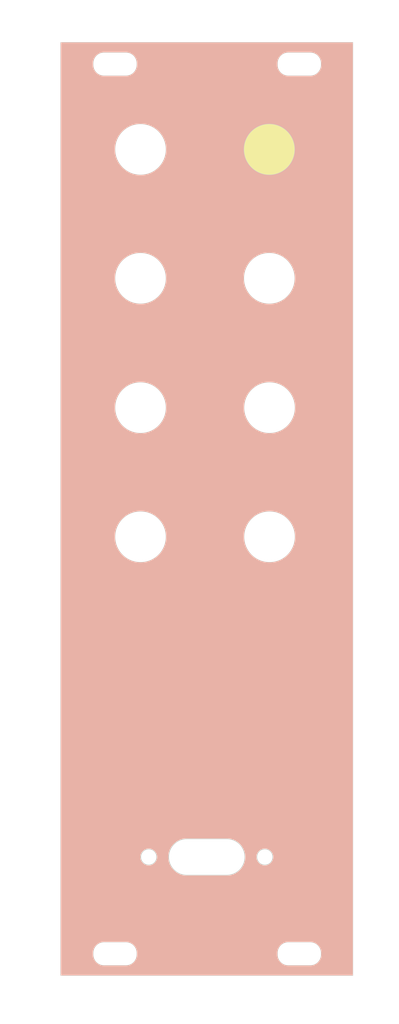
<source format=kicad_pcb>
(kicad_pcb
	(version 20240108)
	(generator "pcbnew")
	(generator_version "8.0")
	(general
		(thickness 1.6)
		(legacy_teardrops no)
	)
	(paper "A4")
	(layers
		(0 "F.Cu" signal)
		(31 "B.Cu" signal)
		(32 "B.Adhes" user "B.Adhesive")
		(33 "F.Adhes" user "F.Adhesive")
		(34 "B.Paste" user)
		(35 "F.Paste" user)
		(36 "B.SilkS" user "B.Silkscreen")
		(37 "F.SilkS" user "F.Silkscreen")
		(38 "B.Mask" user)
		(39 "F.Mask" user)
		(40 "Dwgs.User" user "User.Drawings")
		(41 "Cmts.User" user "User.Comments")
		(42 "Eco1.User" user "User.Eco1")
		(43 "Eco2.User" user "User.Eco2")
		(44 "Edge.Cuts" user)
		(45 "Margin" user)
		(46 "B.CrtYd" user "B.Courtyard")
		(47 "F.CrtYd" user "F.Courtyard")
		(48 "B.Fab" user)
		(49 "F.Fab" user)
		(50 "User.1" user)
		(51 "User.2" user)
		(52 "User.3" user)
		(53 "User.4" user)
		(54 "User.5" user)
		(55 "User.6" user)
		(56 "User.7" user)
		(57 "User.8" user)
		(58 "User.9" user)
	)
	(setup
		(pad_to_mask_clearance 0)
		(allow_soldermask_bridges_in_footprints no)
		(grid_origin 139.132 149.929)
		(pcbplotparams
			(layerselection 0x00010fc_ffffffff)
			(plot_on_all_layers_selection 0x0000000_00000000)
			(disableapertmacros no)
			(usegerberextensions no)
			(usegerberattributes yes)
			(usegerberadvancedattributes yes)
			(creategerberjobfile yes)
			(dashed_line_dash_ratio 12.000000)
			(dashed_line_gap_ratio 3.000000)
			(svgprecision 4)
			(plotframeref no)
			(viasonmask no)
			(mode 1)
			(useauxorigin no)
			(hpglpennumber 1)
			(hpglpenspeed 20)
			(hpglpendiameter 15.000000)
			(pdf_front_fp_property_popups yes)
			(pdf_back_fp_property_popups yes)
			(dxfpolygonmode yes)
			(dxfimperialunits yes)
			(dxfusepcbnewfont yes)
			(psnegative no)
			(psa4output no)
			(plotreference yes)
			(plotvalue yes)
			(plotfptext yes)
			(plotinvisibletext no)
			(sketchpadsonfab no)
			(subtractmaskfromsilk no)
			(outputformat 1)
			(mirror no)
			(drillshape 1)
			(scaleselection 1)
			(outputdirectory "")
		)
	)
	(net 0 "")
	(gr_line
		(start 147.75 74)
		(end 130 74)
		(stroke
			(width 0.2)
			(type default)
		)
		(layer "F.SilkS")
		(uuid "014ed3de-6cc3-4ae7-b253-a94189320b2c")
	)
	(gr_line
		(start 147.75 91.81)
		(end 130 91.81)
		(stroke
			(width 0.2)
			(type default)
		)
		(layer "F.SilkS")
		(uuid "0459555e-43cc-4674-baff-a813dff4ce20")
	)
	(gr_line
		(start 123.75 127.84)
		(end 123.752548 127.982861)
		(stroke
			(width 0.1)
			(type default)
		)
		(layer "F.SilkS")
		(uuid "0847abda-3a87-499d-9680-6dc670eb4b0e")
	)
	(gr_line
		(start 123.79321 128.265674)
		(end 123.873707 128.539821)
		(stroke
			(width 0.1)
			(type default)
		)
		(layer "F.SilkS")
		(uuid "0ca40a21-6058-4e94-8b15-77b03ed88fb4")
	)
	(gr_arc
		(start 147.75 79.31)
		(mid 152.169417 81.140583)
		(end 154 85.56)
		(stroke
			(width 0.2)
			(type default)
		)
		(layer "F.SilkS")
		(uuid "1300de0f-7ad1-4649-b114-c434dc560d27")
	)
	(gr_line
		(start 124.790278 114.0824)
		(end 124.549914 114.236873)
		(stroke
			(width 0.1)
			(type default)
		)
		(layer "F.SilkS")
		(uuid "144cd76d-22ef-4a4e-a336-a557e7394211")
	)
	(gr_line
		(start 124.146873 114.639914)
		(end 123.9924 114.880278)
		(stroke
			(width 0.1)
			(type default)
		)
		(layer "F.SilkS")
		(uuid "18cfa036-0d07-4164-9f26-b4efb29b229f")
	)
	(gr_line
		(start 123.873707 115.140179)
		(end 123.79321 115.414326)
		(stroke
			(width 0.1)
			(type default)
		)
		(layer "F.SilkS")
		(uuid "1e9b8e13-1032-441e-9584-7378dfba716f")
	)
	(gr_line
		(start 153.603127 129.040086)
		(end 153.7576 128.799722)
		(stroke
			(width 0.1)
			(type default)
		)
		(layer "F.SilkS")
		(uuid "23600274-c2a5-4d16-b2e0-2c1e4f3de904")
	)
	(gr_arc
		(start 130 56.25)
		(mid 125.580583 54.419417)
		(end 123.75 50)
		(stroke
			(width 0.2)
			(type default)
		)
		(layer "F.SilkS")
		(uuid "26b8619a-2d26-4bf9-a397-96ccc3144b32")
	)
	(gr_line
		(start 153.41602 114.42398)
		(end 153.200086 114.236873)
		(stroke
			(width 0.1)
			(type default)
		)
		(layer "F.SilkS")
		(uuid "26dbdd38-f851-4921-aa2f-44452fe1e3a5")
	)
	(gr_line
		(start 130 97.09)
		(end 147.75 97.09)
		(stroke
			(width 0.2)
			(type default)
		)
		(layer "F.SilkS")
		(uuid "2e8217d3-e385-4b54-b89b-5ae068d0d8ca")
	)
	(gr_poly
		(pts
			(arc
				(start 154 50)
				(mid 152.169417 45.580583)
				(end 147.75 43.75)
			)
			(arc
				(start 147.75 43.75)
				(mid 143.330583 45.580583)
				(end 141.5 50)
			)
			(arc
				(start 141.5 50)
				(mid 143.330583 54.419417)
				(end 147.75 56.25)
			)
			(arc
				(start 147.75 56.25)
				(mid 152.169417 54.419417)
				(end 154 50)
			)
		)
		(stroke
			(width 0)
			(type solid)
		)
		(fill solid)
		(layer "F.SilkS")
		(uuid "324f7af9-7d66-4e7c-921c-95a3b2329ed1")
	)
	(gr_arc
		(start 147.75 97.09)
		(mid 152.169417 98.920583)
		(end 154 103.34)
		(stroke
			(width 0.2)
			(type default)
		)
		(layer "F.SilkS")
		(uuid "3a9a4f34-5d00-4a71-be4b-1b332bfd328d")
	)
	(gr_arc
		(start 130 74)
		(mid 125.580583 72.169417)
		(end 123.75 67.75)
		(stroke
			(width 0.2)
			(type default)
		)
		(layer "F.SilkS")
		(uuid "3f87610a-9e07-4d42-a941-681d7a306307")
	)
	(gr_line
		(start 153.7576 128.799722)
		(end 153.876293 128.539821)
		(stroke
			(width 0.1)
			(type default)
		)
		(layer "F.SilkS")
		(uuid "45531194-07c8-4d4d-a927-df8274ed4cf3")
	)
	(gr_line
		(start 123.873707 128.539821)
		(end 123.9924 128.799722)
		(stroke
			(width 0.1)
			(type default)
		)
		(layer "F.SilkS")
		(uuid "4931eeb2-69d8-491b-846e-a6912555fe71")
	)
	(gr_line
		(start 124.33398 129.25602)
		(end 124.549914 129.443127)
		(stroke
			(width 0.1)
			(type default)
		)
		(layer "F.SilkS")
		(uuid "4a3a0ac3-ccb1-4096-b3c9-446455f86f3a")
	)
	(gr_line
		(start 125.050179 129.716293)
		(end 125.324326 129.79679)
		(stroke
			(width 0.1)
			(type default)
		)
		(layer "F.SilkS")
		(uuid "4e0c960f-3ac2-47ba-848e-61a1d319a8e8")
	)
	(gr_line
		(start 153.997452 127.982861)
		(end 154 127.84)
		(stroke
			(width 0.1)
			(type default)
		)
		(layer "F.SilkS")
		(uuid "4ef06b9f-ec12-47aa-81b6-d127aeb8006d")
	)
	(gr_line
		(start 125.324326 129.79679)
		(end 125.607139 129.837452)
		(stroke
			(width 0.1)
			(type default)
		)
		(layer "F.SilkS")
		(uuid "51ac7241-2165-4400-9536-6cfc10c8941d")
	)
	(gr_arc
		(start 123.75 50)
		(mid 125.580583 45.580583)
		(end 130 43.75)
		(stroke
			(width 0.2)
			(type default)
		)
		(layer "F.SilkS")
		(uuid "52757a5b-ee76-45fb-9d12-bbdf0d0102b7")
	)
	(gr_line
		(start 130 79.31)
		(end 147.75 79.31)
		(stroke
			(width 0.2)
			(type default)
		)
		(layer "F.SilkS")
		(uuid "58bcb8ab-5ed7-4e3a-8086-78ee76b7e3d2")
	)
	(gr_line
		(start 123.79321 115.414326)
		(end 123.752548 115.697139)
		(stroke
			(width 0.1)
			(type default)
		)
		(layer "F.SilkS")
		(uuid "58fb1e03-f00c-41dd-bdeb-798d5f4c78fa")
	)
	(gr_line
		(start 152.959722 114.0824)
		(end 152.699821 113.963707)
		(stroke
			(width 0.1)
			(type default)
		)
		(layer "F.SilkS")
		(uuid "59a5ac36-fdf3-406f-bcaf-e3adc487f02b")
	)
	(gr_line
		(start 125.324326 113.88321)
		(end 125.050179 113.963707)
		(stroke
			(width 0.1)
			(type default)
		)
		(layer "F.SilkS")
		(uuid "5a40394b-5ad3-4ed6-8d69-0e7313f2283f")
	)
	(gr_line
		(start 154 115.84)
		(end 153.997452 115.697139)
		(stroke
			(width 0.1)
			(type default)
		)
		(layer "F.SilkS")
		(uuid "60e40733-1d25-486c-9bd1-8c627104e039")
	)
	(gr_line
		(start 124.146873 129.040086)
		(end 124.33398 129.25602)
		(stroke
			(width 0.1)
			(type default)
		)
		(layer "F.SilkS")
		(uuid "617d3fd8-9ef3-4d61-a4f7-553bbc130934")
	)
	(gr_line
		(start 152.699821 113.963707)
		(end 152.425674 113.88321)
		(stroke
			(width 0.1)
			(type default)
		)
		(layer "F.SilkS")
		(uuid "61d0002b-48c1-493a-aee4-08d4964daaa6")
	)
	(gr_line
		(start 154 127.84)
		(end 154 115.84)
		(stroke
			(width 0.1)
			(type default)
		)
		(layer "F.SilkS")
		(uuid "66bbb249-6e12-4b0a-9406-c81c18283d8d")
	)
	(gr_arc
		(start 136.25 50)
		(mid 134.419417 54.419417)
		(end 130 56.25)
		(stroke
			(width 0.2)
			(type default)
		)
		(layer "F.SilkS")
		(uuid "6a58ec8a-cb99-47c2-90de-ea2002cd28f0")
	)
	(gr_line
		(start 153.95679 115.414326)
		(end 153.876293 115.140179)
		(stroke
			(width 0.1)
			(type default)
		)
		(layer "F.SilkS")
		(uuid "6e448e77-584a-42b7-aa1f-6bb84d3d71fd")
	)
	(gr_line
		(start 125.75 129.84)
		(end 152 129.84)
		(stroke
			(width 0.1)
			(type default)
		)
		(layer "F.SilkS")
		(uuid "6e86096b-718e-43d3-b0d9-7e2847b30a5b")
	)
	(gr_arc
		(start 130 43.75)
		(mid 134.419417 45.580583)
		(end 136.25 50)
		(stroke
			(width 0.2)
			(type default)
		)
		(layer "F.SilkS")
		(uuid "71c1b18f-0b7a-410d-8168-bf2fc9a2a122")
	)
	(gr_line
		(start 123.752548 115.697139)
		(end 123.75 115.84)
		(stroke
			(width 0.1)
			(type default)
		)
		(layer "F.SilkS")
		(uuid "72bfe849-70b5-458c-9f7d-77c4c0699b2e")
	)
	(gr_line
		(start 152.699821 129.716293)
		(end 152.959722 129.5976)
		(stroke
			(width 0.1)
			(type default)
		)
		(layer "F.SilkS")
		(uuid "73b12c14-4cc1-4046-8c99-b92f38f7ba2b")
	)
	(gr_arc
		(start 147.75 61.5)
		(mid 152.169417 63.330583)
		(end 154 67.75)
		(stroke
			(width 0.2)
			(type default)
		)
		(layer "F.SilkS")
		(uuid "75ceb72a-ac4b-4b60-b866-1a27c5dd15a4")
	)
	(gr_line
		(start 125.607139 129.837452)
		(end 125.75 129.84)
		(stroke
			(width 0.1)
			(type default)
		)
		(layer "F.SilkS")
		(uuid "788d7107-f4e9-4616-b052-2ebf1798f6dc")
	)
	(gr_line
		(start 124.790278 129.5976)
		(end 125.050179 129.716293)
		(stroke
			(width 0.1)
			(type default)
		)
		(layer "F.SilkS")
		(uuid "7c26e9a4-a76f-4568-a736-20554096bd6b")
	)
	(gr_line
		(start 153.603127 114.639914)
		(end 153.41602 114.42398)
		(stroke
			(width 0.1)
			(type default)
		)
		(layer "F.SilkS")
		(uuid "7d352e09-4245-40a1-be1f-05b76e717682")
	)
	(gr_line
		(start 125.607139 113.842548)
		(end 125.324326 113.88321)
		(stroke
			(width 0.1)
			(type default)
		)
		(layer "F.SilkS")
		(uuid "7d7e74b5-5ab3-4928-bf81-80f4b1b7f436")
	)
	(gr_line
		(start 152 129.84)
		(end 152.142861 129.837452)
		(stroke
			(width 0.1)
			(type default)
		)
		(layer "F.SilkS")
		(uuid "858dc806-cb75-4614-8aa1-4734b415bb6e")
	)
	(gr_line
		(start 123.9924 128.799722)
		(end 124.146873 129.040086)
		(stroke
			(width 0.1)
			(type default)
		)
		(layer "F.SilkS")
		(uuid "8e38e380-3972-4ad6-a56f-af54588c9280")
	)
	(gr_line
		(start 153.876293 128.539821)
		(end 153.95679 128.265674)
		(stroke
			(width 0.1)
			(type default)
		)
		(layer "F.SilkS")
		(uuid "93483b08-7462-47a2-b505-3f281b1b71d4")
	)
	(gr_line
		(start 125.75 113.84)
		(end 125.607139 113.842548)
		(stroke
			(width 0.1)
			(type default)
		)
		(layer "F.SilkS")
		(uuid "93582933-953d-434d-93f4-6b7999af1d45")
	)
	(gr_line
		(start 147.75 109.59)
		(end 130 109.59)
		(stroke
			(width 0.2)
			(type default)
		)
		(layer "F.SilkS")
		(uuid "950e39ad-e619-4fe6-b355-e6dbd3e83451")
	)
	(gr_line
		(start 152.142861 129.837452)
		(end 152.425674 129.79679)
		(stroke
			(width 0.1)
			(type default)
		)
		(layer "F.SilkS")
		(uuid "96fd2d18-1775-41f1-b450-9646dfe8bb7b")
	)
	(gr_line
		(start 152.959722 129.5976)
		(end 153.200086 129.443127)
		(stroke
			(width 0.1)
			(type default)
		)
		(layer "F.SilkS")
		(uuid "98d2917c-33ba-4d73-8605-4257e76708a6")
	)
	(gr_line
		(start 153.7576 114.880278)
		(end 153.603127 114.639914)
		(stroke
			(width 0.1)
			(type default)
		)
		(layer "F.SilkS")
		(uuid "994a5c61-4e06-4777-b895-52dd44a78b6a")
	)
	(gr_line
		(start 124.549914 129.443127)
		(end 124.790278 129.5976)
		(stroke
			(width 0.1)
			(type default)
		)
		(layer "F.SilkS")
		(uuid "9b2b6728-8d93-45ef-b9e9-24f7db08230a")
	)
	(gr_line
		(start 152.425674 113.88321)
		(end 152.142861 113.842548)
		(stroke
			(width 0.1)
			(type default)
		)
		(layer "F.SilkS")
		(uuid "9b665256-b6b1-479b-a9b5-c7717b828ed0")
	)
	(gr_line
		(start 125.050179 113.963707)
		(end 124.790278 114.0824)
		(stroke
			(width 0.1)
			(type default)
		)
		(layer "F.SilkS")
		(uuid "9fd6de1a-608f-43d4-b1b9-362a821e0cb6")
	)
	(gr_line
		(start 153.997452 115.697139)
		(end 153.95679 115.414326)
		(stroke
			(width 0.1)
			(type default)
		)
		(layer "F.SilkS")
		(uuid "a6c7b376-d995-4ab6-9b7f-5b798fffe0c1")
	)
	(gr_arc
		(start 130 91.81)
		(mid 125.580583 89.979417)
		(end 123.75 85.56)
		(stroke
			(width 0.2)
			(type default)
		)
		(layer "F.SilkS")
		(uuid "a9872334-27b9-4b8f-93fb-73316e6d76fb")
	)
	(gr_line
		(start 123.752548 127.982861)
		(end 123.79321 128.265674)
		(stroke
			(width 0.1)
			(type default)
		)
		(layer "F.SilkS")
		(uuid "ac298a9d-91a0-493e-93c5-033a3ab82cd2")
	)
	(gr_line
		(start 153.41602 129.25602)
		(end 153.603127 129.040086)
		(stroke
			(width 0.1)
			(type default)
		)
		(layer "F.SilkS")
		(uuid "add1b621-bb66-4b94-b2cb-4ba1d76331d5")
	)
	(gr_line
		(start 152 113.84)
		(end 125.75 113.84)
		(stroke
			(width 0.1)
			(type default)
		)
		(layer "F.SilkS")
		(uuid "af1b55c8-2808-4757-8488-df292369661f")
	)
	(gr_line
		(start 124.549914 114.236873)
		(end 124.33398 114.42398)
		(stroke
			(width 0.1)
			(type default)
		)
		(layer "F.SilkS")
		(uuid "af5df4c2-d9b3-4e47-b9f9-975256843027")
	)
	(gr_line
		(start 152.425674 129.79679)
		(end 152.699821 129.716293)
		(stroke
			(width 0.1)
			(type default)
		)
		(layer "F.SilkS")
		(uuid "b60fca19-67a7-46e9-9b0b-dbebc7aeaab3")
	)
	(gr_arc
		(start 123.75 103.34)
		(mid 125.580583 98.920583)
		(end 130 97.09)
		(stroke
			(width 0.2)
			(type default)
		)
		(layer "F.SilkS")
		(uuid "b7e84ed2-0a87-438c-98b6-73367de851be")
	)
	(gr_line
		(start 123.75 115.84)
		(end 123.75 127.84)
		(stroke
			(width 0.1)
			(type default)
		)
		(layer "F.SilkS")
		(uuid "bb303d31-4043-4341-a149-dd477bb0df80")
	)
	(gr_line
		(start 124.33398 114.42398)
		(end 124.146873 114.639914)
		(stroke
			(width 0.1)
			(type default)
		)
		(layer "F.SilkS")
		(uuid "be4d2216-5efe-4f99-879d-3c2431c051f5")
	)
	(gr_line
		(start 153.876293 115.140179)
		(end 153.7576 114.880278)
		(stroke
			(width 0.1)
			(type default)
		)
		(layer "F.SilkS")
		(uuid "bfe73c99-f88b-4be5-9a0c-8cac44e2568f")
	)
	(gr_arc
		(start 154 103.34)
		(mid 152.169417 107.759417)
		(end 147.75 109.59)
		(stroke
			(width 0.2)
			(type default)
		)
		(layer "F.SilkS")
		(uuid "c3f73fe4-357d-4601-9ffa-435bccbd842d")
	)
	(gr_arc
		(start 123.75 85.56)
		(mid 125.580583 81.140583)
		(end 130 79.31)
		(stroke
			(width 0.2)
			(type default)
		)
		(layer "F.SilkS")
		(uuid "c6b839d2-a88c-485f-a86b-6f8ae9b550a5")
	)
	(gr_line
		(start 153.200086 114.236873)
		(end 152.959722 114.0824)
		(stroke
			(width 0.1)
			(type default)
		)
		(layer "F.SilkS")
		(uuid "cad4f7c8-0a8c-447f-b647-fe95153ff8fb")
	)
	(gr_arc
		(start 123.75 67.75)
		(mid 125.580583 63.330583)
		(end 130 61.5)
		(stroke
			(width 0.2)
			(type default)
		)
		(layer "F.SilkS")
		(uuid "cd02a4e8-8777-460e-8746-7177535396fc")
	)
	(gr_line
		(start 154.132 156.179)
		(end 123.882 156.179)
		(stroke
			(width 0.2)
			(type default)
		)
		(layer "F.SilkS")
		(uuid "d17ff1ff-5353-4f5c-845e-bb5ff3e7eb63")
	)
	(gr_line
		(start 153.95679 128.265674)
		(end 153.997452 127.982861)
		(stroke
			(width 0.1)
			(type default)
		)
		(layer "F.SilkS")
		(uuid "d39ec0c7-ab65-44e2-a00c-86526f74e8b1")
	)
	(gr_arc
		(start 130 109.59)
		(mid 125.580583 107.759417)
		(end 123.75 103.34)
		(stroke
			(width 0.2)
			(type default)
		)
		(layer "F.SilkS")
		(uuid "d8a17637-fb6d-43e8-96cf-a91c8ce78f25")
	)
	(gr_arc
		(start 154 67.75)
		(mid 152.169417 72.169417)
		(end 147.75 74)
		(stroke
			(width 0.2)
			(type default)
		)
		(layer "F.SilkS")
		(uuid "e361b343-af5d-4f83-b23c-a6315b1e3979")
	)
	(gr_arc
		(start 154 85.56)
		(mid 152.169417 89.979417)
		(end 147.75 91.81)
		(stroke
			(width 0.2)
			(type default)
		)
		(layer "F.SilkS")
		(uuid "e8204fa4-7900-4835-bc97-7489a256511e")
	)
	(gr_line
		(start 123.9924 114.880278)
		(end 123.873707 115.140179)
		(stroke
			(width 0.1)
			(type default)
		)
		(layer "F.SilkS")
		(uuid "eba7287e-4faf-49bc-89db-caae462d394d")
	)
	(gr_line
		(start 152.142861 113.842548)
		(end 152 113.84)
		(stroke
			(width 0.1)
			(type default)
		)
		(layer "F.SilkS")
		(uuid "edc355a0-2d7f-4816-bd3f-1f67cb1504d9")
	)
	(gr_line
		(start 153.200086 129.443127)
		(end 153.41602 129.25602)
		(stroke
			(width 0.1)
			(type default)
		)
		(layer "F.SilkS")
		(uuid "f8f47f95-ed3e-4a1a-86bb-17898ff4a3be")
	)
	(gr_line
		(start 130 61.5)
		(end 147.75 61.5)
		(stroke
			(width 0.2)
			(type default)
		)
		(layer "F.SilkS")
		(uuid "fd94ba5d-241d-47a0-85ba-eb53ac0feb6b")
	)
	(gr_arc
		(start 150.382 162.354)
		(mid 149.32134 161.91466)
		(end 148.882 160.854)
		(stroke
			(width 0.05)
			(type default)
		)
		(layer "Edge.Cuts")
		(uuid "00d60c53-cedf-4c41-9fc9-e30118697107")
	)
	(gr_line
		(start 124.982 36.654)
		(end 127.982 36.654)
		(stroke
			(width 0.05)
			(type default)
		)
		(layer "Edge.Cuts")
		(uuid "0415511d-c336-470e-a685-ea1f7d19cd31")
	)
	(gr_line
		(start 148.882 38.354)
		(end 148.882 38.154)
		(stroke
			(width 0.05)
			(type default)
		)
		(layer "Edge.Cuts")
		(uuid "0886ad17-91d2-43e8-9d9c-a1c240b6e29a")
	)
	(gr_line
		(start 153.382 162.354)
		(end 150.382 162.354)
		(stroke
			(width 0.05)
			(type default)
		)
		(layer "Edge.Cuts")
		(uuid "09dda052-5fa2-4f79-aec3-81bc5cbb45a6")
	)
	(gr_arc
		(start 129.482 38.354)
		(mid 129.04266 39.41466)
		(end 127.982 39.854)
		(stroke
			(width 0.05)
			(type default)
		)
		(layer "Edge.Cuts")
		(uuid "1778bc20-3160-46a3-8d7a-c1737338d834")
	)
	(gr_line
		(start 141.882 149.929)
		(end 136.382 149.929)
		(stroke
			(width 0.1)
			(type default)
		)
		(layer "Edge.Cuts")
		(uuid "3ae435f9-bef8-4aaf-88b8-976dae0b4dde")
	)
	(gr_arc
		(start 136.382 149.929)
		(mid 134.614233 149.196767)
		(end 133.882 147.429)
		(stroke
			(width 0.1)
			(type default)
		)
		(layer "Edge.Cuts")
		(uuid "42c25666-4c2b-4388-b41b-71c58e3a72a2")
	)
	(gr_line
		(start 124.982 159.154)
		(end 127.982 159.154)
		(stroke
			(width 0.05)
			(type default)
		)
		(layer "Edge.Cuts")
		(uuid "4584b68e-5db4-4f47-8d13-ad1cf50f2be7")
	)
	(gr_line
		(start 148.882 160.854)
		(end 148.882 160.654)
		(stroke
			(width 0.05)
			(type default)
		)
		(layer "Edge.Cuts")
		(uuid "471ea20a-555a-4534-b9aa-6ffb31b1f250")
	)
	(gr_arc
		(start 153.382 159.154)
		(mid 154.44266 159.59334)
		(end 154.882 160.654)
		(stroke
			(width 0.05)
			(type default)
		)
		(layer "Edge.Cuts")
		(uuid "50132985-63b9-444c-a177-aef8acc7e612")
	)
	(gr_line
		(start 150.382 36.654)
		(end 153.382 36.654)
		(stroke
			(width 0.05)
			(type default)
		)
		(layer "Edge.Cuts")
		(uuid "57a11d18-82e8-493e-996d-991f46a37d74")
	)
	(gr_circle
		(center 147.75 50)
		(end 151.25 50)
		(stroke
			(width 0.05)
			(type default)
		)
		(fill none)
		(layer "Edge.Cuts")
		(uuid "58b07316-d883-49f0-8e9f-a1dec36bd60e")
	)
	(gr_arc
		(start 129.482 160.854)
		(mid 129.04266 161.91466)
		(end 127.982 162.354)
		(stroke
			(width 0.05)
			(type default)
		)
		(layer "Edge.Cuts")
		(uuid "59d63c4c-d979-4a32-9035-e56a5939f7a0")
	)
	(gr_circle
		(center 130 67.75)
		(end 133.5 67.75)
		(stroke
			(width 0.05)
			(type default)
		)
		(fill none)
		(layer "Edge.Cuts")
		(uuid "5bcf459e-f321-494c-8936-73cb0ce17e1b")
	)
	(gr_arc
		(start 124.982 162.354)
		(mid 123.92134 161.91466)
		(end 123.482 160.854)
		(stroke
			(width 0.05)
			(type default)
		)
		(layer "Edge.Cuts")
		(uuid "61d5295e-57a3-4530-b0e5-3bb68a704023")
	)
	(gr_arc
		(start 127.982 36.654)
		(mid 129.04266 37.09334)
		(end 129.482 38.154)
		(stroke
			(width 0.05)
			(type default)
		)
		(layer "Edge.Cuts")
		(uuid "65111e4a-2346-431d-b6bd-871d8703ddac")
	)
	(gr_circle
		(center 147.132 147.429)
		(end 148.232 147.429)
		(stroke
			(width 0.1)
			(type default)
		)
		(fill none)
		(layer "Edge.Cuts")
		(uuid "679f6316-390d-4587-b8c0-7a5e3ed50538")
	)
	(gr_arc
		(start 124.982 39.854)
		(mid 123.92134 39.41466)
		(end 123.482 38.354)
		(stroke
			(width 0.05)
			(type default)
		)
		(layer "Edge.Cuts")
		(uuid "69586b0e-1d37-439c-b26c-8765fe7a2c42")
	)
	(gr_arc
		(start 123.482 38.154)
		(mid 123.92134 37.09334)
		(end 124.982 36.654)
		(stroke
			(width 0.05)
			(type default)
		)
		(layer "Edge.Cuts")
		(uuid "6bf25c24-30c0-49ed-b654-46a601b7366d")
	)
	(gr_arc
		(start 127.982 159.154)
		(mid 129.04266 159.59334)
		(end 129.482 160.654)
		(stroke
			(width 0.05)
			(type default)
		)
		(layer "Edge.Cuts")
		(uuid "769776a5-e679-4fac-ba4f-96cff55126b9")
	)
	(gr_circle
		(center 147.78 85.56)
		(end 151.28 85.56)
		(stroke
			(width 0.05)
			(type default)
		)
		(fill none)
		(layer "Edge.Cuts")
		(uuid "7762a60e-d687-479d-b04a-041beb2a3b53")
	)
	(gr_line
		(start 153.382 39.854)
		(end 150.382 39.854)
		(stroke
			(width 0.05)
			(type default)
		)
		(layer "Edge.Cuts")
		(uuid "82a19a5b-b635-4f79-84da-a443270ba950")
	)
	(gr_arc
		(start 154.882 38.354)
		(mid 154.44266 39.41466)
		(end 153.382 39.854)
		(stroke
			(width 0.05)
			(type default)
		)
		(layer "Edge.Cuts")
		(uuid "82dcea8d-351f-479f-a5e1-cb59708ae66c")
	)
	(gr_circle
		(center 147.78 103.34)
		(end 151.28 103.34)
		(stroke
			(width 0.05)
			(type default)
		)
		(fill none)
		(layer "Edge.Cuts")
		(uuid "85fcf045-cf71-4ef5-a6a3-b38a1ca85e5d")
	)
	(gr_circle
		(center 130 103.34)
		(end 133.5 103.34)
		(stroke
			(width 0.05)
			(type default)
		)
		(fill none)
		(layer "Edge.Cuts")
		(uuid "88e51774-071c-40a0-b14d-6829697053e2")
	)
	(gr_arc
		(start 123.482 160.654)
		(mid 123.92134 159.59334)
		(end 124.982 159.154)
		(stroke
			(width 0.05)
			(type default)
		)
		(layer "Edge.Cuts")
		(uuid "8c662729-32bf-4b75-bdc4-6048d7607fde")
	)
	(gr_circle
		(center 147.75 67.75)
		(end 151.25 67.75)
		(stroke
			(width 0.05)
			(type default)
		)
		(fill none)
		(layer "Edge.Cuts")
		(uuid "8f32bbc9-e082-4756-8dc6-3f847d9c52f9")
	)
	(gr_circle
		(center 130 50)
		(end 133.5 50)
		(stroke
			(width 0.05)
			(type default)
		)
		(fill none)
		(layer "Edge.Cuts")
		(uuid "90162947-c28f-4714-bf83-3ad228ca4053")
	)
	(gr_arc
		(start 148.882 160.654)
		(mid 149.32134 159.59334)
		(end 150.382 159.154)
		(stroke
			(width 0.05)
			(type default)
		)
		(layer "Edge.Cuts")
		(uuid "9a653d60-d2b3-46da-8f1a-432a9d6f73ec")
	)
	(gr_arc
		(start 148.882 38.154)
		(mid 149.32134 37.09334)
		(end 150.382 36.654)
		(stroke
			(width 0.05)
			(type default)
		)
		(layer "Edge.Cuts")
		(uuid "9aa69558-cfed-4145-ba8a-5916f431138e")
	)
	(gr_line
		(start 154.882 38.154)
		(end 154.882 38.354)
		(stroke
			(width 0.05)
			(type default)
		)
		(layer "Edge.Cuts")
		(uuid "9f53e323-08c8-4d7f-917e-20bffd7efb48")
	)
	(gr_arc
		(start 133.882 147.429)
		(mid 134.614233 145.661233)
		(end 136.382 144.929)
		(stroke
			(width 0.1)
			(type default)
		)
		(layer "Edge.Cuts")
		(uuid "9f9872a8-d28f-465d-9c4c-f4265894edc1")
	)
	(gr_line
		(start 129.482 160.654)
		(end 129.482 160.854)
		(stroke
			(width 0.05)
			(type default)
		)
		(layer "Edge.Cuts")
		(uuid "a087aa7b-6b65-4402-9410-ae2adb72817b")
	)
	(gr_circle
		(center 131.132 147.429)
		(end 130.032 147.429)
		(stroke
			(width 0.1)
			(type default)
		)
		(fill none)
		(layer "Edge.Cuts")
		(uuid "a360175e-a673-4e4f-8a10-19d3dfab8562")
	)
	(gr_line
		(start 127.982 162.354)
		(end 124.982 162.354)
		(stroke
			(width 0.05)
			(type default)
		)
		(layer "Edge.Cuts")
		(uuid "a466a762-56fe-4188-bba2-81c80e0827b3")
	)
	(gr_line
		(start 150.382 159.154)
		(end 153.382 159.154)
		(stroke
			(width 0.05)
			(type default)
		)
		(layer "Edge.Cuts")
		(uuid "b0387094-5b2a-4dba-abd7-5d5b8d250140")
	)
	(gr_arc
		(start 144.382 147.429)
		(mid 143.649767 149.196767)
		(end 141.882 149.929)
		(stroke
			(width 0.1)
			(type default)
		)
		(layer "Edge.Cuts")
		(uuid "b6d6fb5e-4b9e-42f2-beca-9f4a7c660f94")
	)
	(gr_line
		(start 123.482 38.354)
		(end 123.482 38.154)
		(stroke
			(width 0.05)
			(type default)
		)
		(layer "Edge.Cuts")
		(uuid "c211ee01-3909-485f-a56e-88b8dc6b04da")
	)
	(gr_arc
		(start 154.882 160.854)
		(mid 154.44266 161.91466)
		(end 153.382 162.354)
		(stroke
			(width 0.05)
			(type default)
		)
		(layer "Edge.Cuts")
		(uuid "c2e82ba2-807b-4019-a1ad-c1678ccc66c9")
	)
	(gr_line
		(start 154.882 160.654)
		(end 154.882 160.854)
		(stroke
			(width 0.05)
			(type default)
		)
		(layer "Edge.Cuts")
		(uuid "ce2d0594-96a5-4072-bc46-9b4c3ea51547")
	)
	(gr_line
		(start 136.382 144.929)
		(end 141.882 144.929)
		(stroke
			(width 0.1)
			(type default)
		)
		(layer "Edge.Cuts")
		(uuid "d967b607-df4c-4db3-9ad9-0e638a67b90c")
	)
	(gr_line
		(start 123.482 160.854)
		(end 123.482 160.654)
		(stroke
			(width 0.05)
			(type default)
		)
		(layer "Edge.Cuts")
		(uuid "db6c27df-12b0-4813-906c-2ea5449651a0")
	)
	(gr_arc
		(start 153.382 36.654)
		(mid 154.44266 37.09334)
		(end 154.882 38.154)
		(stroke
			(width 0.05)
			(type default)
		)
		(layer "Edge.Cuts")
		(uuid "dc8363ae-9d0b-4041-aa4d-12e775ec434d")
	)
	(gr_circle
		(center 130 85.56)
		(end 133.5 85.56)
		(stroke
			(width 0.05)
			(type default)
		)
		(fill none)
		(layer "Edge.Cuts")
		(uuid "e46fe79a-ef41-47a5-a193-543695f52bb6")
	)
	(gr_line
		(start 129.482 38.154)
		(end 129.482 38.354)
		(stroke
			(width 0.05)
			(type default)
		)
		(layer "Edge.Cuts")
		(uuid "e7e9d7ea-1841-4aeb-bdd0-f912820f1b82")
	)
	(gr_arc
		(start 141.882 144.929)
		(mid 143.649767 145.661233)
		(end 144.382 147.429)
		(stroke
			(width 0.1)
			(type default)
		)
		(layer "Edge.Cuts")
		(uuid "e8c2bdf6-5d90-4e91-b762-8180774a4f2c")
	)
	(gr_arc
		(start 150.382 39.854)
		(mid 149.32134 39.41466)
		(end 148.882 38.354)
		(stroke
			(width 0.05)
			(type default)
		)
		(layer "Edge.Cuts")
		(uuid "ed47f9d0-7c5b-4c6a-9d20-bb637a1075cd")
	)
	(gr_line
		(start 127.982 39.854)
		(end 124.982 39.854)
		(stroke
			(width 0.05)
			(type default)
		)
		(layer "Edge.Cuts")
		(uuid "ee96efd7-f8e9-4687-92fe-3ace824ca42c")
	)
	(gr_rect
		(start 118.982 35.254)
		(end 159.282 163.754)
		(stroke
			(width 0.05)
			(type default)
		)
		(fill none)
		(layer "Edge.Cuts")
		(uuid "f6d8007e-f8e0-48ef-b28b-7ef54f3f3157")
	)
	(gr_rect
		(start 118.982 35.254)
		(end 159.282 163.754)
		(stroke
			(width 0.1)
			(type default)
		)
		(fill none)
		(layer "User.9")
		(uuid "3734993b-c86e-4e81-856e-93bbb6b483f5")
	)
	(gr_rect
		(start 119.882 44.554)
		(end 158.382 154.554)
		(stroke
			(width 0.1)
			(type default)
		)
		(fill none)
		(layer "User.9")
		(uuid "6608fe5a-59b2-4eaf-b013-d7d32789b077")
	)
	(gr_rect
		(start 119.332 44.504)
		(end 158.932 136.304)
		(stroke
			(width 0.1)
			(type default)
		)
		(fill none)
		(layer "User.9")
		(uuid "dc406579-8bfd-4efa-9859-132b6fa6149b")
	)
	(gr_text "PITCH"
		(at 138.632 68.679 0)
		(layer "F.SilkS")
		(uuid "1425d3da-c3c2-497e-8da5-9ff316df231c")
		(effects
			(font
				(face "Inter")
				(size 1.5 1.5)
				(thickness 0.2)
			)
			(justify bottom)
		)
		(render_cache "PITCH" 0
			(polygon
				(pts
					(xy 135.693759 68.424) (xy 135.693759 66.880873) (xy 136.208134 66.880873) (xy 136.283393 66.883994)
					(xy 136.361761 66.895202) (xy 136.44018 66.917555) (xy 136.501226 66.946086) (xy 136.566871 66.991316)
					(xy 136.620924 67.045491) (xy 136.663385 67.10861) (xy 136.670486 67.122307) (xy 136.699466 67.193999)
					(xy 136.717713 67.270771) (xy 136.724958 67.344209) (xy 136.725441 67.369603) (xy 136.721094 67.444323)
					(xy 136.706067 67.522791) (xy 136.680307 67.596465) (xy 136.670486 67.617632) (xy 136.630308 67.682998)
					(xy 136.578466 67.739419) (xy 136.51496 67.786896) (xy 136.500859 67.795318) (xy 136.431285 67.827196)
					(xy 136.351567 67.848642) (xy 136.272192 67.858946) (xy 136.207402 67.861264) (xy 135.835542 67.861264)
					(xy 135.835542 67.701529) (xy 136.204471 67.701529) (xy 136.277722 67.697272) (xy 136.352873 67.680923)
					(xy 136.404872 67.657932) (xy 136.463306 67.613573) (xy 136.508327 67.552973) (xy 136.515148 67.53923)
					(xy 136.538689 67.469797) (xy 136.549048 67.39293) (xy 136.549586 67.369603) (xy 136.543902 67.29613)
					(xy 136.525069 67.224442) (xy 136.515148 67.200709) (xy 136.473524 67.137908) (xy 136.413224 67.088954)
					(xy 136.403773 67.083473) (xy 136.333276 67.055719) (xy 136.260685 67.043287) (xy 136.200441 67.040608)
					(xy 135.869614 67.040608) (xy 135.869614 68.424)
				)
			)
			(polygon
				(pts
					(xy 137.201714 66.876477) (xy 137.201714 68.424) (xy 137.025859 68.424) (xy 137.025859 66.876477)
				)
			)
			(polygon
				(pts
					(xy 137.486013 67.040608) (xy 137.486013 66.880873) (xy 138.634931 66.880873) (xy 138.634931 67.040608)
					(xy 138.142538 67.040608) (xy 138.142538 68.412276) (xy 137.966683 68.412276) (xy 137.966683 67.040608)
				)
			)
			(polygon
				(pts
					(xy 140.080238 67.371069) (xy 139.895591 67.371069) (xy 139.874822 67.299509) (xy 139.840956 67.232762)
					(xy 139.838438 67.228919) (xy 139.79037 67.169107) (xy 139.739886 67.125605) (xy 139.67497 67.086733)
					(xy 139.612025 67.062224) (xy 139.540492 67.046012) (xy 139.465846 67.040608) (xy 139.389857 67.046259)
					(xy 139.318099 67.063212) (xy 139.243331 67.095305) (xy 139.214886 67.112049) (xy 139.155448 67.15739)
					(xy 139.103255 67.213453) (xy 139.058307 67.280239) (xy 139.036467 67.321976) (xy 139.007615 67.39518)
					(xy 138.987007 67.476307) (xy 138.975737 67.553792) (xy 138.970779 67.637342) (xy 138.970521 67.662328)
					(xy 138.972839 67.735688) (xy 138.981405 67.815708) (xy 138.996281 67.889732) (xy 139.021011 67.966989)
					(xy 139.036467 68.002681) (xy 139.072485 68.06771) (xy 139.119848 68.130796) (xy 139.174456 68.183218)
					(xy 139.214886 68.212241) (xy 139.280062 68.246598) (xy 139.357442 68.271586) (xy 139.43155 68.282205)
					(xy 139.465846 68.283316) (xy 139.540492 68.278003) (xy 139.612025 68.262066) (xy 139.682962 68.233699)
					(xy 139.739886 68.199052) (xy 139.79653 68.148807) (xy 139.838438 68.095371) (xy 139.873059 68.028876)
					(xy 139.894537 67.958218) (xy 139.895591 67.953221) (xy 140.080238 67.953221) (xy 140.061855 68.030209)
					(xy 140.03542 68.101482) (xy 140.004401 68.161316) (xy 139.959373 68.226094) (xy 139.906719 68.283041)
					(xy 139.867381 68.316655) (xy 139.803324 68.360241) (xy 139.733704 68.395377) (xy 139.684199 68.414108)
					(xy 139.612784 68.433089) (xy 139.538079 68.444191) (xy 139.467311 68.447447) (xy 139.384091 68.442871)
					(xy 139.304973 68.429144) (xy 139.229957 68.406266) (xy 139.159044 68.374237) (xy 139.120364 68.351826)
					(xy 139.057092 68.306135) (xy 138.99999 68.25273) (xy 138.94906 68.191611) (xy 138.904301 68.122779)
					(xy 138.881495 68.079983) (xy 138.851986 68.011595) (xy 138.828584 67.938595) (xy 138.811286 67.860985)
					(xy 138.800093 67.778763) (xy 138.795005 67.691931) (xy 138.794666 67.661962) (xy 138.796786 67.588)
					(xy 138.804926 67.503473) (xy 138.819171 67.423557) (xy 138.839522 67.348252) (xy 138.865977 67.277558)
					(xy 138.881495 67.24394) (xy 138.922728 67.1707) (xy 138.970132 67.105174) (xy 139.023707 67.047361)
					(xy 139.083453 66.997263) (xy 139.120364 66.972098) (xy 139.188933 66.934839) (xy 139.261605 66.906732)
					(xy 139.338378 66.887776) (xy 139.419254 66.877971) (xy 139.467311 66.876477) (xy 139.545007 66.880416)
					(xy 139.619412 66.892235) (xy 139.684199 66.909816) (xy 139.757529 66.939148) (xy 139.825295 66.977135)
					(xy 139.867381 67.007269) (xy 139.925117 67.059218) (xy 139.975229 67.118895) (xy 140.004401 67.162974)
					(xy 140.038156 67.228721) (xy 140.063859 67.300529)
				)
			)
			(polygon
				(pts
					(xy 140.392014 68.424) (xy 140.392014 66.876477) (xy 140.567869 66.876477) (xy 140.567869 67.584293)
					(xy 141.400249 67.584293) (xy 141.400249 66.876477) (xy 141.576104 66.876477) (xy 141.576104 68.424)
					(xy 141.400249 68.424) (xy 141.400249 67.744027) (xy 140.567869 67.744027) (xy 140.567869 68.424)
				)
			)
		)
	)
	(gr_text "GATE"
		(at 130.132 59.429 0)
		(layer "F.SilkS")
		(uuid "1dce8bff-d5b9-403c-b51f-bd72ca16dbd8")
		(effects
			(font
				(face "Inter")
				(size 1.5 1.5)
				(thickness 0.2)
			)
			(justify bottom)
		)
		(render_cache "GATE" 0
			(polygon
				(pts
					(xy 128.675702 58.117039) (xy 128.647034 58.04514) (xy 128.610856 57.981117) (xy 128.564084 57.922242)
					(xy 128.515601 57.878535) (xy 128.453076 57.838782) (xy 128.391037 57.813323) (xy 128.318039 57.796287)
					(xy 128.243448 57.79063) (xy 128.238263 57.790608) (xy 128.163543 57.796259) (xy 128.085076 57.815794)
					(xy 128.011402 57.849282) (xy 127.990235 57.862049) (xy 127.93118 57.90739) (xy 127.879312 57.963453)
					(xy 127.834632 58.030239) (xy 127.812914 58.071976) (xy 127.784063 58.14518) (xy 127.763455 58.226307)
					(xy 127.752185 58.303792) (xy 127.747227 58.387342) (xy 127.746969 58.412328) (xy 127.749313 58.485688)
					(xy 127.757973 58.565708) (xy 127.773015 58.639732) (xy 127.798019 58.716989) (xy 127.813647 58.752681)
					(xy 127.84994 58.81771) (xy 127.897831 58.880796) (xy 127.953199 58.933218) (xy 127.994265 58.962241)
					(xy 128.060558 58.996598) (xy 128.131256 59.019711) (xy 128.20636 59.03158) (xy 128.249987 59.033316)
					(xy 128.329535 59.027591) (xy 128.402858 59.010418) (xy 128.476323 58.978304) (xy 128.482628 58.974697)
					(xy 128.546656 58.928344) (xy 128.600207 58.870389) (xy 128.639799 58.807635) (xy 128.669745 58.736294)
					(xy 128.6886 58.657369) (xy 128.696086 58.57985) (xy 128.696585 58.552646) (xy 128.752272 58.564369)
					(xy 128.292119 58.564369) (xy 128.292119 58.404635) (xy 128.87244 58.404635) (xy 128.87244 58.570231)
					(xy 128.868601 58.651355) (xy 128.857083 58.727711) (xy 128.837886 58.799298) (xy 128.806545 58.875272)
					(xy 128.792206 58.902157) (xy 128.748494 58.968538) (xy 128.697226 59.026996) (xy 128.638402 59.077531)
					(xy 128.572021 59.120144) (xy 128.499275 59.153964) (xy 128.421354 59.178121) (xy 128.348928 59.191332)
					(xy 128.27254 59.197145) (xy 128.249987 59.197447) (xy 128.175876 59.194085) (xy 128.093775 59.181666)
					(xy 128.016373 59.160095) (xy 127.943669 59.129373) (xy 127.894614 59.101826) (xy 127.830858 59.056135)
					(xy 127.773589 59.00273) (xy 127.722806 58.941611) (xy 127.67851 58.872779) (xy 127.656111 58.829983)
					(xy 127.627225 58.761595) (xy 127.604316 58.688595) (xy 127.587383 58.610985) (xy 127.576426 58.528763)
					(xy 127.571446 58.441931) (xy 127.571114 58.411962) (xy 127.573446 58.334357) (xy 127.580441 58.260223)
					(xy 127.594145 58.179748) (xy 127.61394 58.103808) (xy 127.619841 58.085531) (xy 127.646883 58.01551)
					(xy 127.683272 57.943195) (xy 127.725979 57.87772) (xy 127.75796 57.837869) (xy 127.810823 57.78414)
					(xy 127.868844 57.737946) (xy 127.932023 57.699287) (xy 127.969352 57.681065) (xy 128.040095 57.654677)
					(xy 128.114664 57.636925) (xy 128.193058 57.62781) (xy 128.238263 57.626477) (xy 128.312023 57.629983)
					(xy 128.389522 57.641939) (xy 128.463211 57.662381) (xy 128.532563 57.690319) (xy 128.602098 57.728796)
					(xy 128.650057 57.763131) (xy 128.708017 57.81532) (xy 128.758249 57.87462) (xy 128.787443 57.918103)
					(xy 128.824091 57.988153) (xy 128.849177 58.057163) (xy 128.863647 58.117039)
				)
			)
			(polygon
				(pts
					(xy 129.223051 59.162276) (xy 129.029244 59.162276) (xy 129.58685 57.626477) (xy 129.775894 57.626477)
					(xy 130.333867 59.162276) (xy 130.14006 59.162276) (xy 129.687234 57.871208) (xy 129.67551 57.871208)
				)
			)
			(polygon
				(pts
					(xy 129.294492 58.568766) (xy 130.068253 58.568766) (xy 130.068253 58.728501) (xy 129.294492 58.728501)
				)
			)
			(polygon
				(pts
					(xy 130.299795 57.790608) (xy 130.299795 57.630873) (xy 131.448714 57.630873) (xy 131.448714 57.790608)
					(xy 130.95632 57.790608) (xy 130.95632 59.162276) (xy 130.780465 59.162276) (xy 130.780465 57.790608)
				)
			)
			(polygon
				(pts
					(xy 131.741805 59.174) (xy 131.741805 57.630873) (xy 132.667974 57.630873) (xy 132.667974 57.790608)
					(xy 131.91766 57.790608) (xy 131.91766 58.334293) (xy 132.621079 58.334293) (xy 132.621079 58.494027)
					(xy 131.91766 58.494027) (xy 131.91766 59.014265) (xy 132.679697 59.014265) (xy 132.679697 59.174)
				)
			)
		)
	)
	(gr_text "CV2"
		(at 139.132 104.679 0)
		(layer "F.SilkS")
		(uuid "29cf4861-2a01-4964-b018-b66220d32374")
		(effects
			(font
				(face "Inter")
				(size 1.5 1.5)
				(thickness 0.2)
			)
			(justify bottom)
		)
		(render_cache "CV2" 0
			(polygon
				(pts
					(xy 138.426016 103.371069) (xy 138.241369 103.371069) (xy 138.2206 103.299509) (xy 138.186734 103.232762)
					(xy 138.184216 103.228919) (xy 138.136148 103.169107) (xy 138.085664 103.125605) (xy 138.020748 103.086733)
					(xy 137.957803 103.062224) (xy 137.88627 103.046012) (xy 137.811623 103.040608) (xy 137.735635 103.046259)
					(xy 137.663877 103.063212) (xy 137.589109 103.095305) (xy 137.560664 103.112049) (xy 137.501226 103.15739)
					(xy 137.449033 103.213453) (xy 137.404085 103.280239) (xy 137.382244 103.321976) (xy 137.353393 103.39518)
					(xy 137.332785 103.476307) (xy 137.321515 103.553792) (xy 137.316557 103.637342) (xy 137.316299 103.662328)
					(xy 137.318617 103.735688) (xy 137.327183 103.815708) (xy 137.342059 103.889732) (xy 137.366788 103.966989)
					(xy 137.382244 104.002681) (xy 137.418263 104.06771) (xy 137.465626 104.130796) (xy 137.520234 104.183218)
					(xy 137.560664 104.212241) (xy 137.62584 104.246598) (xy 137.70322 104.271586) (xy 137.777328 104.282205)
					(xy 137.811623 104.283316) (xy 137.88627 104.278003) (xy 137.957803 104.262066) (xy 138.02874 104.233699)
					(xy 138.085664 104.199052) (xy 138.142308 104.148807) (xy 138.184216 104.095371) (xy 138.218837 104.028876)
					(xy 138.240315 103.958218) (xy 138.241369 103.953221) (xy 138.426016 103.953221) (xy 138.407633 104.030209)
					(xy 138.381198 104.101482) (xy 138.350179 104.161316) (xy 138.30515 104.226094) (xy 138.252497 104.283041)
					(xy 138.213159 104.316655) (xy 138.149102 104.360241) (xy 138.079481 104.395377) (xy 138.029977 104.414108)
					(xy 137.958562 104.433089) (xy 137.883857 104.444191) (xy 137.813089 104.447447) (xy 137.729869 104.442871)
					(xy 137.650751 104.429144) (xy 137.575735 104.406266) (xy 137.504822 104.374237) (xy 137.466142 104.351826)
					(xy 137.40287 104.306135) (xy 137.345768 104.25273) (xy 137.294838 104.191611) (xy 137.250079 104.122779)
					(xy 137.227272 104.079983) (xy 137.197764 104.011595) (xy 137.174361 103.938595) (xy 137.157064 103.860985)
					(xy 137.145871 103.778763) (xy 137.140783 103.691931) (xy 137.140444 103.661962) (xy 137.142564 103.588)
					(xy 137.150704 103.503473) (xy 137.164949 103.423557) (xy 137.1853 103.348252) (xy 137.211755 103.277558)
					(xy 137.227272 103.24394) (xy 137.268506 103.1707) (xy 137.31591 103.105174) (xy 137.369485 103.047361)
					(xy 137.429231 102.997263) (xy 137.466142 102.972098) (xy 137.534711 102.934839) (xy 137.607382 102.906732)
					(xy 137.684156 102.887776) (xy 137.765032 102.877971) (xy 137.813089 102.876477) (xy 137.890785 102.880416)
					(xy 137.96519 102.892235) (xy 138.029977 102.909816) (xy 138.103307 102.939148) (xy 138.171073 102.977135)
					(xy 138.213159 103.007269) (xy 138.270895 103.059218) (xy 138.321007 103.118895) (xy 138.350179 103.162974)
					(xy 138.383934 103.228721) (xy 138.409637 103.300529)
				)
			)
			(polygon
				(pts
					(xy 138.797876 102.876477) (xy 139.251069 104.179268) (xy 139.26902 104.179268) (xy 139.722579 102.876477)
					(xy 139.916386 102.876477) (xy 139.355482 104.424) (xy 139.164607 104.424) (xy 138.604069 102.876477)
				)
			)
			(polygon
				(pts
					(xy 140.134373 104.424) (xy 140.134373 104.29797) (xy 140.637391 103.733769) (xy 140.689727 103.674256)
					(xy 140.740188 103.61466) (xy 140.783204 103.561212) (xy 140.827603 103.49839) (xy 140.864606 103.430544)
					(xy 140.868201 103.42236) (xy 140.890212 103.35121) (xy 140.896411 103.285339) (xy 140.886885 103.208494)
					(xy 140.858309 103.142824) (xy 140.810356 103.086454) (xy 140.754994 103.049767) (xy 140.685385 103.025312)
					(xy 140.607716 103.017161) (xy 140.531224 103.025291) (xy 140.460459 103.051887) (xy 140.456407 103.054163)
					(xy 140.396455 103.101854) (xy 140.357122 103.157845) (xy 140.330744 103.229927) (xy 140.321986 103.307985)
					(xy 140.321951 103.313549) (xy 140.146097 103.313549) (xy 140.150965 103.239583) (xy 140.167795 103.16372)
					(xy 140.196646 103.094511) (xy 140.207646 103.075046) (xy 140.250515 103.015333) (xy 140.307836 102.959814)
					(xy 140.369188 102.918584) (xy 140.375807 102.914945) (xy 140.44498 102.884613) (xy 140.519233 102.865515)
					(xy 140.598566 102.857651) (xy 140.615043 102.857426) (xy 140.69565 102.863115) (xy 140.770318 102.880181)
					(xy 140.839047 102.908624) (xy 140.85208 102.915678) (xy 140.917785 102.960488) (xy 140.972839 103.014822)
					(xy 141.013647 103.072482) (xy 141.047021 103.142834) (xy 141.066541 103.218381) (xy 141.072265 103.291568)
					(xy 141.066515 103.36645) (xy 141.049265 103.439791) (xy 141.042224 103.460461) (xy 141.010559 103.530223)
					(xy 140.972431 103.59407) (xy 140.938176 103.643277) (xy 140.892233 103.703221) (xy 140.843804 103.762343)
					(xy 140.795569 103.818583) (xy 140.741864 103.87903) (xy 140.733745 103.888009) (xy 140.39266 104.264265)
					(xy 141.095713 104.264265) (xy 141.095713 104.424)
				)
			)
		)
	)
	(gr_text "CV1"
		(at 138.882 86.679 0)
		(layer "F.SilkS")
		(uuid "7cb71321-334c-4fa2-b9d8-91351e6f4f67")
		(effects
			(font
				(face "Inter")
				(size 1.5 1.5)
				(thickness 0.2)
			)
			(justify bottom)
		)
		(render_cache "CV1" 0
			(polygon
				(pts
					(xy 138.324027 85.371069) (xy 138.13938 85.371069) (xy 138.118611 85.299509) (xy 138.084745 85.232762)
					(xy 138.082227 85.228919) (xy 138.034159 85.169107) (xy 137.983675 85.125605) (xy 137.918759 85.086733)
					(xy 137.855814 85.062224) (xy 137.784281 85.046012) (xy 137.709634 85.040608) (xy 137.633646 85.046259)
					(xy 137.561888 85.063212) (xy 137.48712 85.095305) (xy 137.458675 85.112049) (xy 137.399237 85.15739)
					(xy 137.347044 85.213453) (xy 137.302096 85.280239) (xy 137.280255 85.321976) (xy 137.251404 85.39518)
					(xy 137.230796 85.476307) (xy 137.219526 85.553792) (xy 137.214568 85.637342) (xy 137.21431 85.662328)
					(xy 137.216628 85.735688) (xy 137.225194 85.815708) (xy 137.24007 85.889732) (xy 137.264799 85.966989)
					(xy 137.280255 86.002681) (xy 137.316274 86.06771) (xy 137.363637 86.130796) (xy 137.418245 86.183218)
					(xy 137.458675 86.212241) (xy 137.523851 86.246598) (xy 137.601231 86.271586) (xy 137.675339 86.282205)
					(xy 137.709634 86.283316) (xy 137.784281 86.278003) (xy 137.855814 86.262066) (xy 137.926751 86.233699)
					(xy 137.983675 86.199052) (xy 138.040319 86.148807) (xy 138.082227 86.095371) (xy 138.116848 86.028876)
					(xy 138.138326 85.958218) (xy 138.13938 85.953221) (xy 138.324027 85.953221) (xy 138.305644 86.030209)
					(xy 138.279209 86.101482) (xy 138.24819 86.161316) (xy 138.203161 86.226094) (xy 138.150508 86.283041)
					(xy 138.11117 86.316655) (xy 138.047113 86.360241) (xy 137.977492 86.395377) (xy 137.927988 86.414108)
					(xy 137.856573 86.433089) (xy 137.781868 86.444191) (xy 137.7111 86.447447) (xy 137.62788 86.442871)
					(xy 137.548762 86.429144) (xy 137.473746 86.406266) (xy 137.402833 86.374237) (xy 137.364153 86.351826)
					(xy 137.300881 86.306135) (xy 137.243779 86.25273) (xy 137.192849 86.191611) (xy 137.14809 86.122779)
					(xy 137.125283 86.079983) (xy 137.095775 86.011595) (xy 137.072372 85.938595) (xy 137.055075 85.860985)
					(xy 137.043882 85.778763) (xy 137.038794 85.691931) (xy 137.038455 85.661962) (xy 137.040575 85.588)
					(xy 137.048715 85.503473) (xy 137.06296 85.423557) (xy 137.083311 85.348252) (xy 137.109766 85.277558)
					(xy 137.125283 85.24394) (xy 137.166517 85.1707) (xy 137.213921 85.105174) (xy 137.267496 85.047361)
					(xy 137.327242 84.997263) (xy 137.364153 84.972098) (xy 137.432722 84.934839) (xy 137.505393 84.906732)
					(xy 137.582167 84.887776) (xy 137.663043 84.877971) (xy 137.7111 84.876477) (xy 137.788796 84.880416)
					(xy 137.863201 84.892235) (xy 137.927988 84.909816) (xy 138.001318 84.939148) (xy 138.069084 84.977135)
					(xy 138.11117 85.007269) (xy 138.168906 85.059218) (xy 138.219018 85.118895) (xy 138.24819 85.162974)
					(xy 138.281945 85.228721) (xy 138.307648 85.300529)
				)
			)
			(polygon
				(pts
					(xy 138.695887 84.876477) (xy 139.14908 86.179268) (xy 139.167031 86.179268) (xy 139.62059 84.876477)
					(xy 139.814397 84.876477) (xy 139.253493 86.424) (xy 139.062618 86.424) (xy 138.50208 84.876477)
				)
			)
			(polygon
				(pts
					(xy 140.559948 84.876477) (xy 140.559948 86.424) (xy 140.384094 86.424) (xy 140.384094 85.072848)
					(xy 140.375301 85.072848) (xy 139.997213 85.323808) (xy 139.997213 85.133298) (xy 140.384094 84.876477)
				)
			)
		)
	)
	(gr_text "BirdsBoard\nDevKit"
		(at 139.132 123.929 0)
		(layer "F.SilkS")
		(uuid "8a015413-7cc1-4fe6-aa8a-6121230071eb")
		(effects
			(font
				(face "Inter")
				(size 1.5 1.5)
				(thickness 0.2)
				(bold yes)
			)
			(justify bottom)
		)
		(render_cache "BirdsBoard\nDevKit" 0
			(polygon
				(pts
					(xy 134.311928 119.60966) (xy 134.385751 119.619208) (xy 134.460481 119.637559) (xy 134.512513 119.657401)
					(xy 134.577564 119.693058) (xy 134.636475 119.741122) (xy 134.682139 119.798452) (xy 134.716744 119.869858)
					(xy 134.734434 119.942013) (xy 134.738926 120.005814) (xy 134.732124 120.081358) (xy 134.70974 120.152804)
					(xy 134.703389 120.165915) (xy 134.661623 120.228563) (xy 134.606668 120.278755) (xy 134.540814 120.316033)
					(xy 134.471257 120.339501) (xy 134.466351 120.340671) (xy 134.466351 120.355692) (xy 134.543357 120.368384)
					(xy 134.611017 120.396935) (xy 134.624987 120.405151) (xy 134.684412 120.452234) (xy 134.733179 120.513343)
					(xy 134.745154 120.533378) (xy 134.775042 120.605257) (xy 134.789107 120.680836) (xy 134.791316 120.729017)
					(xy 134.785484 120.802919) (xy 134.765598 120.878262) (xy 134.731599 120.94737) (xy 134.684041 121.008391)
					(xy 134.622977 121.059974) (xy 134.555744 121.098678) (xy 134.485892 121.125421) (xy 134.407405 121.143411)
					(xy 134.330388 121.152055) (xy 134.268148 121.154) (xy 133.61895 121.154) (xy 133.61895 120.896079)
					(xy 133.941717 120.896079) (xy 134.207331 120.896079) (xy 134.285284 120.89082) (xy 134.359748 120.870624)
					(xy 134.405901 120.842224) (xy 134.450868 120.783764) (xy 134.468304 120.709366) (xy 134.468549 120.698242)
					(xy 134.457571 120.625357) (xy 134.437408 120.581739) (xy 134.385814 120.524848) (xy 134.349847 120.502604)
					(xy 134.279239 120.479497) (xy 134.215025 120.474027) (xy 133.941717 120.474027) (xy 133.941717 120.896079)
					(xy 133.61895 120.896079) (xy 133.61895 120.263002) (xy 133.941717 120.263002) (xy 134.183518 120.263002)
					(xy 134.257661 120.254348) (xy 134.302586 120.238455) (xy 134.364233 120.194503) (xy 134.385384 120.168113)
					(xy 134.413154 120.096659) (xy 134.416159 120.05857) (xy 134.403118 119.984049) (xy 134.360459 119.92124)
					(xy 134.356808 119.917886) (xy 134.290642 119.879493) (xy 134.215718 119.865233) (xy 134.18938 119.864397)
					(xy 133.941717 119.864397) (xy 133.941717 120.263002) (xy 133.61895 120.263002) (xy 133.61895 119.606477)
					(xy 134.231145 119.606477)
				)
			)
			(polygon
				(pts
					(xy 134.988786 121.154) (xy 134.988786 120.005081) (xy 135.311553 120.005081) (xy 135.311553 121.154)
				)
			)
			(polygon
				(pts
					(xy 135.159512 119.84095) (xy 135.084216 119.825649) (xy 135.034948 119.79259) (xy 134.993178 119.731745)
					(xy 134.983291 119.676086) (xy 135.001502 119.603363) (xy 135.034948 119.561048) (xy 135.099786 119.521944)
					(xy 135.159512 119.512688) (xy 135.234216 119.527989) (xy 135.283343 119.561048) (xy 135.326475 119.624933)
					(xy 135.335001 119.676086) (xy 135.316789 119.749855) (xy 135.283343 119.79259) (xy 135.218737 119.831694)
				)
			)
			(polygon
				(pts
					(xy 135.553354 121.154) (xy 135.553354 120.005081) (xy 135.866595 120.005081) (xy 135.866595 120.21281)
					(xy 135.877952 120.21281) (xy 135.906855 120.139119) (xy 135.951306 120.075915) (xy 135.980901 120.049045)
					(xy 136.048441 120.010977) (xy 136.124115 119.994228) (xy 136.14723 119.993357) (xy 136.197788 119.995556)
					(xy 136.245049 120.001418) (xy 136.245049 120.291578) (xy 136.184233 120.279854) (xy 136.113891 120.274725)
					(xy 136.037525 120.285316) (xy 135.991525 120.304767) (xy 135.933394 120.351164) (xy 135.906895 120.387932)
					(xy 135.8812 120.456827) (xy 135.876121 120.510664) (xy 135.876121 121.154)
				)
			)
			(polygon
				(pts
					(xy 137.454418 121.154) (xy 137.140444 121.154) (xy 137.140444 120.970451) (xy 137.127255 120.970451)
					(xy 137.087694 121.033735) (xy 137.063874 121.062042) (xy 137.007058 121.11013) (xy 136.958361 121.13678)
					(xy 136.886736 121.158762) (xy 136.812345 121.165975) (xy 136.800824 121.16609) (xy 136.721319 121.159542)
					(xy 136.646751 121.1399) (xy 136.57712 121.107164) (xy 136.563786 121.099045) (xy 136.501905 121.050917)
					(xy 136.448611 120.990338) (xy 136.407987 120.925171) (xy 136.395992 120.901208) (xy 136.369064 120.83192)
					(xy 136.34983 120.755212) (xy 136.339311 120.682007) (xy 136.334683 120.603122) (xy 136.334442 120.57954)
					(xy 136.33451 120.577709) (xy 136.657209 120.577709) (xy 136.661805 120.655936) (xy 136.677032 120.731389)
					(xy 136.685053 120.756128) (xy 136.719583 120.824638) (xy 136.766752 120.876295) (xy 136.834926 120.911252)
					(xy 136.89901 120.919526) (xy 136.974423 120.907532) (xy 137.029802 120.877028) (xy 137.079603 120.822258)
					(xy 137.111867 120.75796) (xy 137.131402 120.685591) (xy 137.139746 120.60935) (xy 137.140444 120.577709)
					(xy 137.136477 120.50431) (xy 137.121821 120.428315) (xy 137.112234 120.398923) (xy 137.077612 120.33142)
					(xy 137.030168 120.28132) (xy 136.962162 120.247845) (xy 136.89901 120.239921) (xy 136.82647 120.250637)
					(xy 136.766386 120.282785) (xy 136.716506 120.337738) (xy 136.684687 120.401854) (xy 136.665903 120.47284)
					(xy 136.65788 120.547043) (xy 136.657209 120.577709) (xy 136.33451 120.577709) (xy 136.337493 120.496944)
					(xy 136.346644 120.420658) (xy 136.364573 120.341203) (xy 136.39047 120.269991) (xy 136.39819 120.253476)
					(xy 136.437615 120.185299) (xy 136.483764 120.127497) (xy 136.542927 120.07544) (xy 136.568915 120.058204)
					(xy 136.637552 120.024008) (xy 136.710195 120.002477) (xy 136.786845 119.993611) (xy 136.802656 119.993357)
					(xy 136.876218 119.998618) (xy 136.947874 120.017761) (xy 136.964589 120.025231) (xy 137.030071 120.065546)
					(xy 137.070102 120.103633) (xy 137.114791 120.164228) (xy 137.131651 120.195591) (xy 137.131651 119.606477)
					(xy 137.454418 119.606477)
				)
			)
			(polygon
				(pts
					(xy 138.668183 120.354593) (xy 138.378022 120.354593) (xy 138.345782 120.290845) (xy 138.284493 120.246137)
					(xy 138.282035 120.24505) (xy 138.207822 120.228436) (xy 138.187879 120.227831) (xy 138.112931 120.2378)
					(xy 138.064414 120.259338) (xy 138.01736 120.318139) (xy 138.014223 120.342869) (xy 138.044823 120.411756)
					(xy 138.046829 120.413577) (xy 138.113828 120.447675) (xy 138.158936 120.459739) (xy 138.364833 120.501871)
					(xy 138.442686 120.52209) (xy 138.51757 120.551131) (xy 138.585004 120.591216) (xy 138.612495 120.614345)
					(xy 138.65901 120.673205) (xy 138.686216 120.743494) (xy 138.694195 120.817311) (xy 138.686359 120.892814)
					(xy 138.659938 120.967578) (xy 138.627883 121.018445) (xy 138.576536 121.073176) (xy 138.513673 121.11899)
					(xy 138.446532 121.1529) (xy 138.371463 121.17821) (xy 138.298089 121.192973) (xy 138.219209 121.200144)
					(xy 138.182384 121.200894) (xy 138.100188 121.197404) (xy 138.024509 121.186932) (xy 137.944455 121.165892)
					(xy 137.873271 121.135351) (xy 137.819317 121.101609) (xy 137.758729 121.047479) (xy 137.712155 120.984373)
					(xy 137.679595 120.912291) (xy 137.661047 120.831233) (xy 137.979784 120.831233) (xy 138.010701 120.898741)
					(xy 138.047928 120.931983) (xy 138.118549 120.959829) (xy 138.18678 120.966421) (xy 138.261793 120.958178)
					(xy 138.320503 120.933448) (xy 138.367399 120.875681) (xy 138.371428 120.847719) (xy 138.339872 120.778811)
					(xy 138.335524 120.775179) (xy 138.267455 120.742293) (xy 138.224149 120.731581) (xy 138.024847 120.691281)
					(xy 137.945804 120.670948) (xy 137.869799 120.640629) (xy 137.801392 120.597695) (xy 137.773521 120.572579)
					(xy 137.726798 120.508941) (xy 137.69947 120.434394) (xy 137.691456 120.357157) (xy 137.698555 120.283303)
					(xy 137.722495 120.211226) (xy 137.751539 120.162984) (xy 137.803781 120.107016) (xy 137.869829 120.061662)
					(xy 137.921532 120.037321) (xy 137.993718 120.014137) (xy 138.073345 119.99954) (xy 138.151372 119.993744)
					(xy 138.17872 119.993357) (xy 138.257206 119.996771) (xy 138.340537 120.009381) (xy 138.414996 120.031282)
					(xy 138.489231 120.067689) (xy 138.522003 120.090444) (xy 138.578126 120.143361) (xy 138.621197 120.205024)
					(xy 138.651216 120.275435)
				)
			)
			(polygon
				(pts
					(xy 139.587574 119.60966) (xy 139.661396 119.619208) (xy 139.736126 119.637559) (xy 139.788158 119.657401)
					(xy 139.853209 119.693058) (xy 139.912121 119.741122) (xy 139.957785 119.798452) (xy 139.992389 119.869858)
					(xy 140.01008 119.942013) (xy 140.014571 120.005814) (xy 140.007769 120.081358) (xy 139.985385 120.152804)
					(xy 139.979034 120.165915) (xy 139.937269 120.228563) (xy 139.882314 120.278755) (xy 139.81646 120.316033)
					(xy 139.746903 120.339501) (xy 139.741996 120.340671) (xy 139.741996 120.355692) (xy 139.819003 120.368384)
					(xy 139.886663 120.396935) (xy 139.900632 120.405151) (xy 139.960058 120.452234) (xy 140.008824 120.513343)
					(xy 140.0208 120.533378) (xy 140.050688 120.605257) (xy 140.064753 120.680836) (xy 140.066962 120.729017)
					(xy 140.06113 120.802919) (xy 140.041243 120.878262) (xy 140.007244 120.94737) (xy 139.959687 121.008391)
					(xy 139.898623 121.059974) (xy 139.831389 121.098678) (xy 139.761538 121.125421) (xy 139.68305 121.143411)
					(xy 139.606034 121.152055) (xy 139.543793 121.154) (xy 138.894596 121.154) (xy 138.894596 120.896079)
					(xy 139.217363 120.896079) (xy 139.482977 120.896079) (xy 139.560929 120.89082) (xy 139.635393 120.870624)
					(xy 139.681546 120.842224) (xy 139.726514 120.783764) (xy 139.74395 120.709366) (xy 139.744195 120.698242)
					(xy 139.733216 120.625357) (xy 139.713054 120.581739) (xy 139.66146 120.524848) (xy 139.625493 120.502604)
					(xy 139.554884 120.479497) (xy 139.490671 120.474027) (xy 139.217363 120.474027) (xy 139.217363 120.896079)
					(xy 138.894596 120.896079) (xy 138.894596 120.263002) (xy 139.217363 120.263002) (xy 139.459163 120.263002)
					(xy 139.533307 120.254348) (xy 139.578232 120.238455) (xy 139.639878 120.194503) (xy 139.66103 120.168113)
					(xy 139.688799 120.096659) (xy 139.691805 120.05857) (xy 139.678764 119.984049) (xy 139.636105 119.92124)
					(xy 139.632454 119.917886) (xy 139.566288 119.879493) (xy 139.491363 119.865233) (xy 139.465025 119.864397)
					(xy 139.217363 119.864397) (xy 139.217363 120.263002) (xy 138.894596 120.263002) (xy 138.894596 119.606477)
					(xy 139.506791 119.606477)
				)
			)
			(polygon
				(pts
					(xy 140.84833 119.996951) (xy 140.926852 120.00986) (xy 140.999467 120.032157) (xy 141.066174 120.063841)
					(xy 141.074097 120.068462) (xy 141.140616 120.115255) (xy 141.197977 120.171554) (xy 141.24618 120.237358)
					(xy 141.269003 120.278023) (xy 141.298976 120.34809) (xy 141.320385 120.423836) (xy 141.333231 120.50526)
					(xy 141.337446 120.581165) (xy 141.337513 120.592363) (xy 141.334235 120.66805) (xy 141.322459 120.749526)
					(xy 141.30212 120.825644) (xy 141.273218 120.896404) (xy 141.269003 120.904872) (xy 141.23113 120.96839)
					(xy 141.179874 121.030981) (xy 141.11946 121.084181) (xy 141.074097 121.114432) (xy 141.008128 121.14729)
					(xy 140.936252 121.170761) (xy 140.858469 121.184843) (xy 140.774777 121.189537) (xy 140.701064 121.185943)
					(xy 140.622359 121.173034) (xy 140.549561 121.150738) (xy 140.482671 121.119053) (xy 140.474725 121.114432)
					(xy 140.408383 121.067491) (xy 140.351141 121.01116) (xy 140.302999 120.94544) (xy 140.280186 120.904872)
					(xy 140.250373 120.834782) (xy 140.229078 120.759334) (xy 140.216301 120.678527) (xy 140.212108 120.603427)
					(xy 140.212042 120.592363) (xy 140.212058 120.591997) (xy 140.534809 120.591997) (xy 140.539283 120.670526)
					(xy 140.554109 120.746982) (xy 140.56192 120.772248) (xy 140.593213 120.839111) (xy 140.642886 120.897178)
					(xy 140.707346 120.932911) (xy 140.776243 120.942974) (xy 140.848783 120.931525) (xy 140.908134 120.897178)
					(xy 140.956846 120.839111) (xy 140.987635 120.772248) (xy 141.006168 120.698798) (xy 141.014084 120.623059)
					(xy 141.014746 120.591997) (xy 141.010272 120.51323) (xy 140.995445 120.436654) (xy 140.987635 120.411379)
					(xy 140.956846 120.344435) (xy 140.908134 120.286083) (xy 140.840437 120.248756) (xy 140.776243 120.239921)
					(xy 140.703153 120.251461) (xy 140.642886 120.286083) (xy 140.593213 120.344435) (xy 140.56192 120.411379)
					(xy 140.543387 120.4849) (xy 140.535471 120.560829) (xy 140.534809 120.591997) (xy 140.212058 120.591997)
					(xy 140.215303 120.515837) (xy 140.227015 120.433703) (xy 140.247245 120.357247) (xy 140.275993 120.28647)
					(xy 140.280186 120.278023) (xy 140.318036 120.214367) (xy 140.369211 120.151731) (xy 140.429486 120.098601)
					(xy 140.474725 120.068462) (xy 140.540877 120.035604) (xy 140.612936 120.012134) (xy 140.690903 119.998052)
					(xy 140.774777 119.993357)
				)
			)
			(polygon
				(pts
					(xy 142.116195 119.997106) (xy 142.189897 120.008353) (xy 142.223015 120.016072) (xy 142.296165 120.040856)
					(xy 142.361741 120.075457) (xy 142.379086 120.087147) (xy 142.436875 120.138098) (xy 142.481783 120.200963)
					(xy 142.486798 120.210245) (xy 142.513846 120.281572) (xy 142.525399 120.35785) (xy 142.526365 120.389764)
					(xy 142.526365 121.180011) (xy 142.220084 121.180011) (xy 142.220084 121.027237) (xy 142.211292 121.027237)
					(xy 142.167181 121.089673) (xy 142.137652 121.118096) (xy 142.073109 121.160056) (xy 142.027377 121.178912)
					(xy 141.953283 121.196064) (xy 141.878633 121.200894) (xy 141.800099 121.195433) (xy 141.728263 121.17905)
					(xy 141.684093 121.16206) (xy 141.620662 121.124279) (xy 141.565604 121.069662) (xy 141.549271 121.046655)
					(xy 141.517486 120.978153) (xy 141.502528 120.903758) (xy 141.500179 120.855413) (xy 141.500322 120.853581)
					(xy 141.804994 120.853581) (xy 141.824874 120.927369) (xy 141.851156 120.955064) (xy 141.919191 120.984974)
					(xy 141.969491 120.989868) (xy 142.04547 120.979794) (xy 142.090758 120.961292) (xy 142.150218 120.914627)
					(xy 142.173556 120.883256) (xy 142.200048 120.8133) (xy 142.203598 120.772248) (xy 142.203598 120.647684)
					(xy 142.163664 120.665636) (xy 142.106878 120.68029) (xy 142.04423 120.691648) (xy 141.987077 120.700441)
					(xy 141.915271 120.717664) (xy 141.891089 120.727185) (xy 141.832125 120.770918) (xy 141.827708 120.776644)
					(xy 141.805082 120.847871) (xy 141.804994 120.853581) (xy 141.500322 120.853581) (xy 141.505923 120.782027)
					(xy 141.526826 120.710275) (xy 141.534983 120.69348) (xy 141.579383 120.63104) (xy 141.630238 120.587967)
					(xy 141.69873 120.551017) (xy 141.766892 120.527517) (xy 141.840447 120.511019) (xy 141.917545 120.499996)
					(xy 141.928092 120.49894) (xy 142.002412 120.490489) (xy 142.076452 120.480586) (xy 142.088193 120.47879)
					(xy 142.160459 120.45935) (xy 142.176121 120.45058) (xy 142.203598 120.394526) (xy 142.203598 120.39013)
					(xy 142.188099 120.316354) (xy 142.159634 120.279122) (xy 142.090225 120.245433) (xy 142.034704 120.239921)
					(xy 141.958317 120.249629) (xy 141.899149 120.278755) (xy 141.849404 120.334282) (xy 141.832471 120.374743)
					(xy 141.540479 120.350929) (xy 141.560951 120.278873) (xy 141.594937 120.208265) (xy 141.628406 120.160786)
					(xy 141.683223 120.105591) (xy 141.748757 120.060906) (xy 141.798399 120.036955) (xy 141.874036 120.012133)
					(xy 141.949485 119.998509) (xy 142.022833 119.993528) (xy 142.039833 119.993357)
				)
			)
			(polygon
				(pts
					(xy 142.764868 121.154) (xy 142.764868 120.005081) (xy 143.078109 120.005081) (xy 143.078109 120.21281)
					(xy 143.089467 120.21281) (xy 143.118369 120.139119) (xy 143.16282 120.075915) (xy 143.192415 120.049045)
					(xy 143.259955 120.010977) (xy 143.335629 119.994228) (xy 143.358745 119.993357) (xy 143.409303 119.995556)
					(xy 143.456564 120.001418) (xy 143.456564 120.291578) (xy 143.395747 120.279854) (xy 143.325405 120.274725)
					(xy 143.249039 120.285316) (xy 143.20304 120.304767) (xy 143.144908 120.351164) (xy 143.11841 120.387932)
					(xy 143.092714 120.456827) (xy 143.087635 120.510664) (xy 143.087635 121.154)
				)
			)
			(polygon
				(pts
					(xy 144.665932 121.154) (xy 144.351958 121.154) (xy 144.351958 120.970451) (xy 144.338769 120.970451)
					(xy 144.299209 121.033735) (xy 144.275388 121.062042) (xy 144.218572 121.11013) (xy 144.169875 121.13678)
					(xy 144.098251 121.158762) (xy 144.023859 121.165975) (xy 144.012338 121.16609) (xy 143.932833 121.159542)
					(xy 143.858265 121.1399) (xy 143.788634 121.107164) (xy 143.775301 121.099045) (xy 143.713419 121.050917)
					(xy 143.660125 120.990338) (xy 143.619501 120.925171) (xy 143.607506 120.901208) (xy 143.580578 120.83192)
					(xy 143.561344 120.755212) (xy 143.550825 120.682007) (xy 143.546197 120.603122) (xy 143.545957 120.57954)
					(xy 143.546025 120.577709) (xy 143.868724 120.577709) (xy 143.873319 120.655936) (xy 143.888546 120.731389)
					(xy 143.896567 120.756128) (xy 143.931097 120.824638) (xy 143.978267 120.876295) (xy 144.04644 120.911252)
					(xy 144.110524 120.919526) (xy 144.185937 120.907532) (xy 144.241316 120.877028) (xy 144.291117 120.822258)
					(xy 144.323382 120.75796) (xy 144.342916 120.685591) (xy 144.35126 120.60935) (xy 144.351958 120.577709)
					(xy 144.347991 120.50431) (xy 144.333335 120.428315) (xy 144.323748 120.398923) (xy 144.289127 120.33142)
					(xy 144.241682 120.28132) (xy 144.173676 120.247845) (xy 144.110524 120.239921) (xy 144.037984 120.250637)
					(xy 143.9779 120.282785) (xy 143.92802 120.337738) (xy 143.896201 120.401854) (xy 143.877418 120.47284)
					(xy 143.869394 120.547043) (xy 143.868724 120.577709) (xy 143.546025 120.577709) (xy 143.549007 120.496944)
					(xy 143.558158 120.420658) (xy 143.576087 120.341203) (xy 143.601985 120.269991) (xy 143.609704 120.253476)
					(xy 143.64913 120.185299) (xy 143.695279 120.127497) (xy 143.754441 120.07544) (xy 143.78043 120.058204)
					(xy 143.849066 120.024008) (xy 143.921709 120.002477) (xy 143.998359 119.993611) (xy 144.01417 119.993357)
					(xy 144.087732 119.998618) (xy 144.159388 120.017761) (xy 144.176103 120.025231) (xy 144.241585 120.065546)
					(xy 144.281616 120.103633) (xy 144.326305 120.164228) (xy 144.343165 120.195591) (xy 144.343165 119.606477)
					(xy 144.665932 119.606477)
				)
			)
			(polygon
				(pts
					(xy 136.46147 122.129735) (xy 136.541124 122.139511) (xy 136.61627 122.155805) (xy 136.686908 122.178615)
					(xy 136.763622 122.213464) (xy 136.77408 122.219167) (xy 136.843328 122.263433) (xy 136.905213 122.315448)
					(xy 136.959734 122.375211) (xy 137.006893 122.442724) (xy 137.030535 122.484781) (xy 137.061164 122.552023)
					(xy 137.085455 122.624057) (xy 137.10341 122.700882) (xy 137.115028 122.782498) (xy 137.120309 122.868905)
					(xy 137.120661 122.898773) (xy 137.11846 122.972681) (xy 137.110011 123.057002) (xy 137.095225 123.136557)
					(xy 137.074102 123.211347) (xy 137.046641 123.281371) (xy 137.030535 123.314596) (xy 136.987531 123.386714)
					(xy 136.937059 123.451118) (xy 136.879119 123.507809) (xy 136.81371 123.556786) (xy 136.772981 123.581309)
					(xy 136.69661 123.617426) (xy 136.626183 123.641323) (xy 136.55117 123.658702) (xy 136.471571 123.669564)
					(xy 136.387388 123.673909) (xy 136.372911 123.674) (xy 135.831058 123.674) (xy 135.831058 123.392632)
					(xy 136.153825 123.392632) (xy 136.358989 123.392632) (xy 136.436002 123.388546) (xy 136.51321 123.374421)
					(xy 136.587974 123.34723) (xy 136.600423 123.340974) (xy 136.662377 123.298707) (xy 136.712728 123.242932)
					(xy 136.748435 123.180507) (xy 136.774517 123.106082) (xy 136.789731 123.028515) (xy 136.796686 122.95115)
					(xy 136.797894 122.898773) (xy 136.794802 122.817142) (xy 136.785529 122.743343) (xy 136.767706 122.669679)
					(xy 136.748435 122.619237) (xy 136.708674 122.551226) (xy 136.657397 122.49681) (xy 136.60079 122.459136)
					(xy 136.528171 122.429934) (xy 136.452837 122.413905) (xy 136.377451 122.408045) (xy 136.359722 122.407845)
					(xy 136.153825 122.407845) (xy 136.153825 123.392632) (xy 135.831058 123.392632) (xy 135.831058 122.126477)
					(xy 136.377308 122.126477)
				)
			)
			(polygon
				(pts
					(xy 137.859984 123.720894) (xy 137.78447 123.717388) (xy 137.704007 123.704794) (xy 137.629772 123.683041)
					(xy 137.561766 123.652129) (xy 137.553703 123.647621) (xy 137.486418 123.601331) (xy 137.428407 123.545303)
					(xy 137.379669 123.479537) (xy 137.356599 123.438794) (xy 137.326466 123.368085) (xy 137.304942 123.291149)
					(xy 137.293171 123.21872) (xy 137.287992 123.141523) (xy 137.287723 123.118591) (xy 137.291019 123.041692)
					(xy 137.300906 122.969036) (xy 137.320278 122.891195) (xy 137.348259 122.818895) (xy 137.356599 122.801686)
					(xy 137.394747 122.737321) (xy 137.446093 122.673941) (xy 137.506365 122.620125) (xy 137.551505 122.589561)
					(xy 137.617244 122.556222) (xy 137.688434 122.532408) (xy 137.765072 122.51812) (xy 137.847161 122.513357)
					(xy 137.923885 122.517643) (xy 137.996885 122.530501) (xy 138.060019 122.549628) (xy 138.130704 122.581656)
					(xy 138.194383 122.623885) (xy 138.232943 122.657705) (xy 138.283861 122.717039) (xy 138.322481 122.78057)
					(xy 138.348347 122.839055) (xy 138.370179 122.910904) (xy 138.383925 122.98998) (xy 138.389383 123.067328)
					(xy 138.389746 123.094411) (xy 138.389746 123.181606) (xy 137.418148 123.181606) (xy 137.418148 122.994027)
					(xy 138.084931 122.994027) (xy 138.07447 122.918225) (xy 138.055256 122.872761) (xy 138.007005 122.8133)
					(xy 137.973923 122.789963) (xy 137.902596 122.764145) (xy 137.853756 122.759921) (xy 137.778305 122.770585)
					(xy 137.726993 122.793626) (xy 137.670436 122.841224) (xy 137.641264 122.883019) (xy 137.615569 122.953668)
					(xy 137.61049 123.007217) (xy 137.61049 123.19626) (xy 137.617332 123.271297) (xy 137.641631 123.344272)
					(xy 137.685191 123.405413) (xy 137.730291 123.440625) (xy 137.801427 123.46788) (xy 137.866212 123.474331)
					(xy 137.939645 123.466088) (xy 137.961833 123.459676) (xy 138.026275 123.424417) (xy 138.036205 123.415713)
					(xy 138.079201 123.354324) (xy 138.083466 123.343905) (xy 138.382786 123.343905) (xy 138.361837 123.418775)
					(xy 138.329719 123.486719) (xy 138.290828 123.542475) (xy 138.238296 123.596199) (xy 138.176414 123.641005)
					(xy 138.112042 123.674) (xy 138.040515 123.698729) (xy 137.962405 123.7143) (xy 137.886478 123.720482)
				)
			)
			(polygon
				(pts
					(xy 139.634286 122.525081) (xy 139.23385 123.685723) (xy 138.875912 123.685723) (xy 138.475476 122.525081)
					(xy 138.811065 122.525081) (xy 139.048836 123.355629) (xy 139.060926 123.355629) (xy 139.297963 122.525081)
				)
			)
			(polygon
				(pts
					(xy 139.809774 123.674) (xy 139.809774 122.126477) (xy 140.132541 122.126477) (xy 140.132541 122.808647)
					(xy 140.152691 122.808647) (xy 140.702238 122.126477) (xy 141.089118 122.126477) (xy 140.522353 122.819272)
					(xy 141.096079 123.674) (xy 140.709565 123.674) (xy 140.291177 123.037625) (xy 140.132541 123.233996)
					(xy 140.132541 123.674)
				)
			)
			(polygon
				(pts
					(xy 141.311502 123.674) (xy 141.311502 122.525081) (xy 141.634268 122.525081) (xy 141.634268 123.674)
				)
			)
			(polygon
				(pts
					(xy 141.482227 122.36095) (xy 141.406931 122.345649) (xy 141.357663 122.31259) (xy 141.315894 122.251745)
					(xy 141.306006 122.196086) (xy 141.324217 122.123363) (xy 141.357663 122.081048) (xy 141.422501 122.041944)
					(xy 141.482227 122.032688) (xy 141.556931 122.047989) (xy 141.606058 122.081048) (xy 141.64919 122.144933)
					(xy 141.657716 122.196086) (xy 141.639505 122.269855) (xy 141.606058 122.31259) (xy 141.541452 122.351694)
				)
			)
			(polygon
				(pts
					(xy 142.485699 122.525081) (xy 142.485699 122.771644) (xy 141.794003 122.771644) (xy 141.794003 122.525081)
				)
			)
			(polygon
				(pts
					(xy 141.946411 122.255803) (xy 142.269178 122.255803) (xy 142.269178 123.337311) (xy 142.282367 123.40692)
					(xy 142.320102 123.440992) (xy 142.376889 123.450884) (xy 142.421952 123.446854) (xy 142.45639 123.440259)
					(xy 142.506582 123.667405) (xy 142.438804 123.686456) (xy 142.362692 123.69676) (xy 142.332559 123.697447)
					(xy 142.256178 123.693291) (xy 142.180752 123.679277) (xy 142.129593 123.662276) (xy 142.060981 123.624138)
					(xy 142.007096 123.571274) (xy 141.994405 123.553466) (xy 141.96333 123.486866) (xy 141.948707 123.413906)
					(xy 141.946411 123.366254)
				)
			)
		)
	)
	(gr_text "OUTPUT"
		(at 147.882 59.429 0)
		(layer "F.SilkS")
		(uuid "b9a0a8e3-0d96-407c-a66c-6268d9fa2edc")
		(effects
			(font
				(face "Inter")
				(size 1.5 1.5)
				(thickness 0.2)
			)
			(justify bottom)
		)
		(render_cache "OUTPUT" 0
			(polygon
				(pts
					(xy 144.386716 57.631052) (xy 144.465942 57.644779) (xy 144.54103 57.667657) (xy 144.611981 57.699687)
					(xy 144.650667 57.722098) (xy 144.714224 57.767789) (xy 144.771541 57.821194) (xy 144.822617 57.882312)
					(xy 144.867451 57.951144) (xy 144.890269 57.99394) (xy 144.919901 58.062329) (xy 144.943403 58.135328)
					(xy 144.960774 58.212939) (xy 144.972014 58.29516) (xy 144.977123 58.381993) (xy 144.977464 58.411962)
					(xy 144.975335 58.485923) (xy 144.96716 58.57045) (xy 144.952855 58.650367) (xy 144.932419 58.725672)
					(xy 144.905852 58.796366) (xy 144.890269 58.829983) (xy 144.849001 58.903223) (xy 144.801491 58.96875)
					(xy 144.747741 59.026562) (xy 144.68775 59.076661) (xy 144.650667 59.101826) (xy 144.58208 59.139084)
					(xy 144.509356 59.167192) (xy 144.432495 59.186148) (xy 144.351496 59.195953) (xy 144.303353 59.197447)
					(xy 144.219973 59.192871) (xy 144.140695 59.179144) (xy 144.065519 59.156266) (xy 143.994445 59.124237)
					(xy 143.955674 59.101826) (xy 143.892259 59.056135) (xy 143.83505 59.00273) (xy 143.784047 58.941611)
					(xy 143.73925 58.872779) (xy 143.716438 58.829983) (xy 143.686805 58.761595) (xy 143.663303 58.688595)
					(xy 143.645933 58.610985) (xy 143.634693 58.528763) (xy 143.629584 58.441931) (xy 143.629247 58.412328)
					(xy 143.805098 58.412328) (xy 143.807429 58.485688) (xy 143.816042 58.565708) (xy 143.831001 58.639732)
					(xy 143.855868 58.716989) (xy 143.87141 58.752681) (xy 143.907634 58.81771) (xy 143.955284 58.880796)
					(xy 144.010236 58.933218) (xy 144.050928 58.962241) (xy 144.116516 58.996598) (xy 144.186336 59.019711)
					(xy 144.260386 59.03158) (xy 144.303353 59.033316) (xy 144.379754 59.027694) (xy 144.451924 59.010827)
					(xy 144.519863 58.982717) (xy 144.555778 58.962241) (xy 144.61557 58.916929) (xy 144.668002 58.860953)
					(xy 144.713072 58.794312) (xy 144.73493 58.752681) (xy 144.764102 58.679339) (xy 144.784939 58.598166)
					(xy 144.796334 58.520717) (xy 144.801348 58.437271) (xy 144.801609 58.412328) (xy 144.799265 58.338856)
					(xy 144.790604 58.258772) (xy 144.775563 58.184753) (xy 144.750558 58.107588) (xy 144.73493 58.071976)
					(xy 144.698866 58.006786) (xy 144.651342 57.943574) (xy 144.596458 57.891085) (xy 144.555778 57.862049)
					(xy 144.49019 57.827515) (xy 144.420371 57.804282) (xy 144.346321 57.792352) (xy 144.303353 57.790608)
					(xy 144.226952 57.796259) (xy 144.154783 57.813212) (xy 144.086844 57.841468) (xy 144.050928 57.862049)
					(xy 143.991107 57.90739) (xy 143.938589 57.963453) (xy 143.893374 58.030239) (xy 143.87141 58.071976)
					(xy 143.842398 58.14518) (xy 143.821676 58.226307) (xy 143.810343 58.303792) (xy 143.805357 58.387342)
					(xy 143.805098 58.412328) (xy 143.629247 58.412328) (xy 143.629243 58.411962) (xy 143.631372 58.338)
					(xy 143.639546 58.253473) (xy 143.653852 58.173557) (xy 143.674288 58.098252) (xy 143.700855 58.027558)
					(xy 143.716438 57.99394) (xy 143.757688 57.9207) (xy 143.805145 57.855174) (xy 143.858808 57.797361)
					(xy 143.918677 57.747263) (xy 143.955674 57.722098) (xy 144.024403 57.684839) (xy 144.097235 57.656732)
					(xy 144.174169 57.637776) (xy 144.255205 57.627971) (xy 144.303353 57.626477)
				)
			)
			(polygon
				(pts
					(xy 146.306633 57.626477) (xy 146.482488 57.626477) (xy 146.482488 58.648633) (xy 146.477908 58.725638)
					(xy 146.46417 58.798385) (xy 146.437766 58.875133) (xy 146.409215 58.9311) (xy 146.363275 58.996611)
					(xy 146.307888 59.053833) (xy 146.243054 59.102768) (xy 146.202952 59.126372) (xy 146.133549 59.157467)
					(xy 146.05833 59.179678) (xy 145.977295 59.193005) (xy 145.901618 59.197377) (xy 145.890443 59.197447)
					(xy 145.814256 59.194046) (xy 145.732551 59.18183) (xy 145.65657 59.16073) (xy 145.586314 59.130745)
					(xy 145.577935 59.126372) (xy 145.515172 59.087377) (xy 145.453486 59.03568) (xy 145.401248 58.975695)
					(xy 145.371672 58.9311) (xy 145.336252 58.858544) (xy 145.312424 58.780597) (xy 145.300975 58.706786)
					(xy 145.298399 58.648633) (xy 145.298399 57.626477) (xy 145.474254 57.626477) (xy 145.474254 58.641306)
					(xy 145.480141 58.716652) (xy 145.499993 58.792034) (xy 145.524079 58.843905) (xy 145.567751 58.904819)
					(xy 145.623478 58.95512) (xy 145.667328 58.982757) (xy 145.735633 59.011542) (xy 145.812597 59.028378)
					(xy 145.890077 59.033316) (xy 145.967786 59.028378) (xy 146.045002 59.011542) (xy 146.113559 58.982757)
					(xy 146.177495 58.939532) (xy 146.22917 58.885694) (xy 146.256808 58.843905) (xy 146.28717 58.773855)
					(xy 146.303519 58.696696) (xy 146.306633 58.641306)
				)
			)
			(polygon
				(pts
					(xy 146.760925 57.790608) (xy 146.760925 57.630873) (xy 147.909843 57.630873) (xy 147.909843 57.790608)
					(xy 147.41745 57.790608) (xy 147.41745 59.162276) (xy 147.241595 59.162276) (xy 147.241595 57.790608)
				)
			)
			(polygon
				(pts
					(xy 148.202935 59.174) (xy 148.202935 57.630873) (xy 148.71731 57.630873) (xy 148.792569 57.633994)
					(xy 148.870936 57.645202) (xy 148.949356 57.667555) (xy 149.010401 57.696086) (xy 149.076047 57.741316)
					(xy 149.1301 57.795491) (xy 149.172561 57.85861) (xy 149.179662 57.872307) (xy 149.208642 57.943999)
					(xy 149.226888 58.020771) (xy 149.234133 58.094209) (xy 149.234616 58.119603) (xy 149.230269 58.194323)
					(xy 149.215243 58.272791) (xy 149.189483 58.346465) (xy 149.179662 58.367632) (xy 149.139483 58.432998)
					(xy 149.087641 58.489419) (xy 149.024136 58.536896) (xy 149.010035 58.545318) (xy 148.940461 58.577196)
					(xy 148.860743 58.598642) (xy 148.781368 58.608946) (xy 148.716577 58.611264) (xy 148.344718 58.611264)
					(xy 148.344718 58.451529) (xy 148.713646 58.451529) (xy 148.786898 58.447272) (xy 148.862048 58.430923)
					(xy 148.914048 58.407932) (xy 148.972481 58.363573) (xy 149.017502 58.302973) (xy 149.024323 58.28923)
					(xy 149.047865 58.219797) (xy 149.058223 58.14293) (xy 149.058762 58.119603) (xy 149.053078 58.04613)
					(xy 149.034244 57.974442) (xy 149.024323 57.950709) (xy 148.982699 57.887908) (xy 148.9224 57.838954)
					(xy 148.912949 57.833473) (xy 148.842452 57.805719) (xy 148.76986 57.793287) (xy 148.709616 57.790608)
					(xy 148.378789 57.790608) (xy 148.378789 59.174)
				)
			)
			(polygon
				(pts
					(xy 150.54327 57.626477) (xy 150.719124 57.626477) (xy 150.719124 58.648633) (xy 150.714545 58.725638)
					(xy 150.700806 58.798385) (xy 150.674402 58.875133) (xy 150.645852 58.9311) (xy 150.599912 58.996611)
					(xy 150.544525 59.053833) (xy 150.47969 59.102768) (xy 150.439588 59.126372) (xy 150.370185 59.157467)
					(xy 150.294966 59.179678) (xy 150.213931 59.193005) (xy 150.138254 59.197377) (xy 150.12708 59.197447)
					(xy 150.050892 59.194046) (xy 149.969187 59.18183) (xy 149.893207 59.16073) (xy 149.822951 59.130745)
					(xy 149.814571 59.126372) (xy 149.751808 59.087377) (xy 149.690123 59.03568) (xy 149.637885 58.975695)
					(xy 149.608308 58.9311) (xy 149.572888 58.858544) (xy 149.54906 58.780597) (xy 149.537611 58.706786)
					(xy 149.535035 58.648633) (xy 149.535035 57.626477) (xy 149.71089 57.626477) (xy 149.71089 58.641306)
					(xy 149.716778 58.716652) (xy 149.73663 58.792034) (xy 149.760716 58.843905) (xy 149.804387 58.904819)
					(xy 149.860115 58.95512) (xy 149.903964 58.982757) (xy 149.972269 59.011542) (xy 150.049233 59.028378)
					(xy 150.126713 59.033316) (xy 150.204423 59.028378) (xy 150.281638 59.011542) (xy 150.350196 58.982757)
					(xy 150.414132 58.939532) (xy 150.465806 58.885694) (xy 150.493444 58.843905) (xy 150.523806 58.773855)
					(xy 150.540155 58.696696) (xy 150.54327 58.641306)
				)
			)
			(polygon
				(pts
					(xy 150.997561 57.790608) (xy 150.997561 57.630873) (xy 152.14648 57.630873) (xy 152.14648 57.790608)
					(xy 151.654086 57.790608) (xy 151.654086 59.162276) (xy 151.478231 59.162276) (xy 151.478231 57.790608)
				)
			)
		)
	)
	(zone
		(net 0)
		(net_name "")
		(layer "B.SilkS")
		(uuid "c1e3c3ef-3cf1-4239-a639-14fb50e74c72")
		(hatch edge 0.5)
		(connect_pads
			(clearance 0.5)
		)
		(min_thickness 0.25)
		(filled_areas_thickness no)
		(fill yes
			(thermal_gap 0.5)
			(thermal_bridge_width 0.5)
		)
		(polygon
			(pts
				(xy 110.632 29.429) (xy 165.632 29.429) (xy 165.632 170.429) (xy 110.632 170.429)
			)
		)
		(filled_polygon
			(layer "B.SilkS")
			(island)
			(pts
				(xy 159.225039 35.273685) (xy 159.270794 35.326489) (xy 159.282 35.378) (xy 159.282 163.63) (xy 159.262315 163.697039)
				(xy 159.209511 163.742794) (xy 159.158 163.754) (xy 119.106 163.754) (xy 119.038961 163.734315)
				(xy 118.993206 163.681511) (xy 118.982 163.63) (xy 118.982 160.653991) (xy 123.482 160.653991) (xy 123.482 160.854008)
				(xy 123.484311 160.971866) (xy 123.52119 161.20471) (xy 123.594036 161.42891) (xy 123.594038 161.428913)
				(xy 123.701062 161.63896) (xy 123.839629 161.829679) (xy 124.00632 161.99637) (xy 124.197039 162.134937)
				(xy 124.407086 162.241961) (xy 124.407089 162.241963) (xy 124.631289 162.314809) (xy 124.864133 162.351688)
				(xy 124.981991 162.354) (xy 127.982009 162.354) (xy 128.099866 162.351688) (xy 128.33271 162.314809)
				(xy 128.55691 162.241963) (xy 128.556913 162.241961) (xy 128.76696 162.134937) (xy 128.957679 161.99637)
				(xy 129.12437 161.829679) (xy 129.262937 161.63896) (xy 129.369961 161.428913) (xy 129.369963 161.42891)
				(xy 129.442809 161.20471) (xy 129.479688 160.971866) (xy 129.482 160.854008) (xy 129.482 160.653991)
				(xy 148.882 160.653991) (xy 148.882 160.854008) (xy 148.884311 160.971866) (xy 148.92119 161.20471)
				(xy 148.994036 161.42891) (xy 148.994038 161.428913) (xy 149.101062 161.63896) (xy 149.239629 161.829679)
				(xy 149.40632 161.99637) (xy 149.597039 162.134937) (xy 149.807086 162.241961) (xy 149.807089 162.241963)
				(xy 150.031289 162.314809) (xy 150.264133 162.351688) (xy 150.381991 162.354) (xy 153.382009 162.354)
				(xy 153.499866 162.351688) (xy 153.73271 162.314809) (xy 153.95691 162.241963) (xy 153.956913 162.241961)
				(xy 154.16696 162.134937) (xy 154.357679 161.99637) (xy 154.52437 161.829679) (xy 154.662937 161.63896)
				(xy 154.769961 161.428913) (xy 154.769963 161.42891) (xy 154.842809 161.20471) (xy 154.879688 160.971866)
				(xy 154.882 160.854008) (xy 154.882 160.653991) (xy 154.879688 160.536133) (xy 154.842809 160.303289)
				(xy 154.769963 160.079089) (xy 154.769961 160.079086) (xy 154.662937 159.869039) (xy 154.52437 159.67832)
				(xy 154.357679 159.511629) (xy 154.16696 159.373062) (xy 153.956913 159.266038) (xy 153.95691 159.266036)
				(xy 153.73271 159.19319) (xy 153.499866 159.156311) (xy 153.382009 159.154) (xy 150.381991 159.154)
				(xy 150.264133 159.156311) (xy 150.031289 159.19319) (xy 149.807089 159.266036) (xy 149.807086 159.266038)
				(xy 149.597039 159.373062) (xy 149.40632 159.511629) (xy 149.239629 159.67832) (xy 149.101062 159.869039)
				(xy 148.994038 160.079086) (xy 148.994036 160.079089) (xy 148.92119 160.303289) (xy 148.884311 160.536133)
				(xy 148.882 160.653991) (xy 129.482 160.653991) (xy 129.479688 160.536133) (xy 129.442809 160.303289)
				(xy 129.369963 160.079089) (xy 129.369961 160.079086) (xy 129.262937 159.869039) (xy 129.12437 159.67832)
				(xy 128.957679 159.511629) (xy 128.76696 159.373062) (xy 128.556913 159.266038) (xy 128.55691 159.266036)
				(xy 128.33271 159.19319) (xy 128.099866 159.156311) (xy 127.982009 159.154) (xy 124.981991 159.154)
				(xy 124.864133 159.156311) (xy 124.631289 159.19319) (xy 124.407089 159.266036) (xy 124.407086 159.266038)
				(xy 124.197039 159.373062) (xy 124.00632 159.511629) (xy 123.839629 159.67832) (xy 123.701062 159.869039)
				(xy 123.594038 160.079086) (xy 123.594036 160.079089) (xy 123.52119 160.303289) (xy 123.484311 160.536133)
				(xy 123.482 160.653991) (xy 118.982 160.653991) (xy 118.982 147.428994) (xy 130.029498 147.428994)
				(xy 130.029498 147.429005) (xy 130.04942 147.637639) (xy 130.049423 147.637656) (xy 130.10847 147.838755)
				(xy 130.204518 148.025062) (xy 130.334079 148.18981) (xy 130.334083 148.189814) (xy 130.492481 148.327068)
				(xy 130.492492 148.327076) (xy 130.674002 148.43187) (xy 130.872069 148.500422) (xy 130.872076 148.500423)
				(xy 131.079543 148.530252) (xy 131.288904 148.520278) (xy 131.492591 148.470864) (xy 131.683253 148.383793)
				(xy 131.853984 148.262215) (xy 131.853987 148.262213) (xy 131.998625 148.110521) (xy 132.111942 147.934196)
				(xy 132.189843 147.739609) (xy 132.229508 147.533805) (xy 132.229509 147.533793) (xy 132.231999 147.429)
				(xy 133.881999 147.429) (xy 133.884675 147.592677) (xy 133.884677 147.592694) (xy 133.927405 147.917245)
				(xy 134.012135 148.233461) (xy 134.13741 148.535901) (xy 134.137414 148.535911) (xy 134.301095 148.819415)
				(xy 134.500382 149.079131) (xy 134.500388 149.079138) (xy 134.731861 149.310611) (xy 134.731868 149.310617)
				(xy 134.991584 149.509904) (xy 135.275088 149.673585) (xy 135.275098 149.673589) (xy 135.577538 149.798864)
				(xy 135.893754 149.883594) (xy 136.218305 149.926322) (xy 136.218322 149.926324) (xy 136.381973 149.929)
				(xy 141.882027 149.929) (xy 142.045677 149.926324) (xy 142.045694 149.926322) (xy 142.370245 149.883594)
				(xy 142.686461 149.798864) (xy 142.988901 149.673589) (xy 142.988911 149.673585) (xy 143.272415 149.509904)
				(xy 143.532131 149.310617) (xy 143.532138 149.310611) (xy 143.763611 149.079138) (xy 143.763617 149.079131)
				(xy 143.962904 148.819415) (xy 144.126585 148.535911) (xy 144.126589 148.535901) (xy 144.251864 148.233461)
				(xy 144.336594 147.917245) (xy 144.379322 147.592694) (xy 144.379324 147.592677) (xy 144.382 147.429)
				(xy 144.382 147.428994) (xy 146.029498 147.428994) (xy 146.029498 147.429005) (xy 146.04942 147.637639)
				(xy 146.049423 147.637656) (xy 146.10847 147.838755) (xy 146.204518 148.025062) (xy 146.334079 148.18981)
				(xy 146.334083 148.189814) (xy 146.492481 148.327068) (xy 146.492492 148.327076) (xy 146.674002 148.43187)
				(xy 146.872069 148.500422) (xy 146.872076 148.500423) (xy 147.079543 148.530252) (xy 147.288904 148.520278)
				(xy 147.492591 148.470864) (xy 147.683253 148.383793) (xy 147.853984 148.262215) (xy 147.853987 148.262213)
				(xy 147.998625 148.110521) (xy 148.111942 147.934196) (xy 148.189843 147.739609) (xy 148.229508 147.533805)
				(xy 148.229509 147.533793) (xy 148.231999 147.429) (xy 148.229509 147.324206) (xy 148.229508 147.324194)
				(xy 148.189843 147.11839) (xy 148.111942 146.923803) (xy 147.998625 146.747478) (xy 147.853987 146.595786)
				(xy 147.853984 146.595784) (xy 147.683253 146.474206) (xy 147.492591 146.387135) (xy 147.288904 146.337721)
				(xy 147.079543 146.327747) (xy 146.872076 146.357576) (xy 146.872069 146.357577) (xy 146.674002 146.426129)
				(xy 146.492492 146.530923) (xy 146.492481 146.530931) (xy 146.334083 146.668185) (xy 146.334079 146.668189)
				(xy 146.204518 146.832937) (xy 146.10847 147.019244) (xy 146.049423 147.220343) (xy 146.04942 147.22036)
				(xy 146.029498 147.428994) (xy 144.382 147.428994) (xy 144.379324 147.265322) (xy 144.379322 147.265305)
				(xy 144.336594 146.940754) (xy 144.251864 146.624538) (xy 144.126589 146.322098) (xy 144.126585 146.322088)
				(xy 143.962904 146.038584) (xy 143.763617 145.778868) (xy 143.763611 145.778861) (xy 143.532138 145.547388)
				(xy 143.532131 145.547382) (xy 143.272415 145.348095) (xy 142.988911 145.184414) (xy 142.988901 145.18441)
				(xy 142.686461 145.059135) (xy 142.370245 144.974405) (xy 142.045694 144.931677) (xy 142.045677 144.931675)
				(xy 141.882027 144.929) (xy 136.381973 144.929) (xy 136.218322 144.931675) (xy 136.218305 144.931677)
				(xy 135.893754 144.974405) (xy 135.577538 145.059135) (xy 135.275098 145.18441) (xy 135.275088 145.184414)
				(xy 134.991584 145.348095) (xy 134.731868 145.547382) (xy 134.731861 145.547388) (xy 134.500388 145.778861)
				(xy 134.500382 145.778868) (xy 134.301095 146.038584) (xy 134.137414 146.322088) (xy 134.13741 146.322098)
				(xy 134.012135 146.624538) (xy 133.927405 146.940754) (xy 133.884677 147.265305) (xy 133.884675 147.265322)
				(xy 133.881999 147.429) (xy 132.231999 147.429) (xy 132.229509 147.324206) (xy 132.229508 147.324194)
				(xy 132.189843 147.11839) (xy 132.111942 146.923803) (xy 131.998625 146.747478) (xy 131.853987 146.595786)
				(xy 131.853984 146.595784) (xy 131.683253 146.474206) (xy 131.492591 146.387135) (xy 131.288904 146.337721)
				(xy 131.079543 146.327747) (xy 130.872076 146.357576) (xy 130.872069 146.357577) (xy 130.674002 146.426129)
				(xy 130.492492 146.530923) (xy 130.492481 146.530931) (xy 130.334083 146.668185) (xy 130.334079 146.668189)
				(xy 130.204518 146.832937) (xy 130.10847 147.019244) (xy 130.049423 147.220343) (xy 130.04942 147.22036)
				(xy 130.029498 147.428994) (xy 118.982 147.428994) (xy 118.982 103.339994) (xy 126.497516 103.339994)
				(xy 126.497516 103.34) (xy 126.517356 103.712277) (xy 126.517359 103.712304) (xy 126.576659 104.080361)
				(xy 126.57666 104.080364) (xy 126.67475 104.440049) (xy 126.810515 104.787266) (xy 126.982421 105.11809)
				(xy 127.188511 105.428761) (xy 127.188517 105.42877) (xy 127.426455 105.715765) (xy 127.426468 105.715779)
				(xy 127.693572 105.975866) (xy 127.986805 106.206084) (xy 128.302869 106.403844) (xy 128.638152 106.56688)
				(xy 128.988871 106.693358) (xy 129.35102 106.781833) (xy 129.351033 106.781835) (xy 129.720543 106.831316)
				(xy 129.720559 106.831318) (xy 130.093232 106.841242) (xy 130.464875 106.811495) (xy 130.831239 106.742416)
				(xy 131.188179 106.634788) (xy 131.531662 106.489826) (xy 131.857796 106.309173) (xy 132.162863 106.094888)
				(xy 132.162871 106.094882) (xy 132.443442 105.849378) (xy 132.443444 105.849375) (xy 132.696332 105.575438)
				(xy 132.918661 105.276183) (xy 133.107933 104.954971) (xy 133.107935 104.954967) (xy 133.261989 104.615466)
				(xy 133.261995 104.615452) (xy 133.37908 104.261523) (xy 133.379084 104.261508) (xy 133.457891 103.897116)
				(xy 133.457892 103.897113) (xy 133.497519 103.52641) (xy 133.49752 103.526397) (xy 133.5 103.34)
				(xy 133.5 103.339994) (xy 144.277516 103.339994) (xy 144.277516 103.34) (xy 144.297356 103.712277)
				(xy 144.297359 103.712304) (xy 144.356659 104.080361) (xy 144.35666 104.080364) (xy 144.45475 104.440049)
				(xy 144.590515 104.787266) (xy 144.762421 105.11809) (xy 144.968511 105.428761) (xy 144.968517 105.42877)
				(xy 145.206455 105.715765) (xy 145.206468 105.715779) (xy 145.473572 105.975866) (xy 145.766805 106.206084)
				(xy 146.082869 106.403844) (xy 146.418152 106.56688) (xy 146.768871 106.693358) (xy 147.13102 106.781833)
				(xy 147.131033 106.781835) (xy 147.500543 106.831316) (xy 147.500559 106.831318) (xy 147.873232 106.841242)
				(xy 148.244875 106.811495) (xy 148.611239 106.742416) (xy 148.968179 106.634788) (xy 149.311662 106.489826)
				(xy 149.637796 106.309173) (xy 149.942863 106.094888) (xy 149.942871 106.094882) (xy 150.223442 105.849378)
				(xy 150.223444 105.849375) (xy 150.476332 105.575438) (xy 150.698661 105.276183) (xy 150.887933 104.954971)
				(xy 150.887935 104.954967) (xy 151.041989 104.615466) (xy 151.041995 104.615452) (xy 151.15908 104.261523)
				(xy 151.159084 104.261508) (xy 151.237891 103.897116) (xy 151.237892 103.897113) (xy 151.277519 103.52641)
				(xy 151.27752 103.526397) (xy 151.28 103.34) (xy 151.27752 103.153602) (xy 151.277519 103.153589)
				(xy 151.237892 102.782886) (xy 151.237891 102.782883) (xy 151.159084 102.418491) (xy 151.15908 102.418476)
				(xy 151.041995 102.064547) (xy 151.041989 102.064533) (xy 150.887935 101.725032) (xy 150.887933 101.725028)
				(xy 150.698661 101.403816) (xy 150.476331 101.104561) (xy 150.476332 101.104561) (xy 150.223444 100.830624)
				(xy 150.223442 100.830621) (xy 149.942871 100.585117) (xy 149.942863 100.585111) (xy 149.637795 100.370826)
				(xy 149.637796 100.370826) (xy 149.311662 100.190173) (xy 148.968179 100.045211) (xy 148.611239 99.937583)
				(xy 148.244875 99.868504) (xy 147.873232 99.838757) (xy 147.500559 99.848681) (xy 147.500543 99.848683)
				(xy 147.131033 99.898164) (xy 147.13102 99.898166) (xy 146.768871 99.986641) (xy 146.418152 100.113119)
				(xy 146.082869 100.276155) (xy 145.766805 100.473915) (xy 145.473572 100.704133) (xy 145.206468 100.96422)
				(xy 145.206455 100.964234) (xy 144.968517 101.251229) (xy 144.968511 101.251238) (xy 144.762421 101.561909)
				(xy 144.590515 101.892733) (xy 144.45475 102.23995) (xy 144.35666 102.599635) (xy 144.356659 102.599638)
				(xy 144.297359 102.967695) (xy 144.297356 102.967722) (xy 144.277516 103.339994) (xy 133.5 103.339994)
				(xy 133.49752 103.153602) (xy 133.497519 103.153589) (xy 133.457892 102.782886) (xy 133.457891 102.782883)
				(xy 133.379084 102.418491) (xy 133.37908 102.418476) (xy 133.261995 102.064547) (xy 133.261989 102.064533)
				(xy 133.107935 101.725032) (xy 133.107933 101.725028) (xy 132.918661 101.403816) (xy 132.696331 101.104561)
				(xy 132.696332 101.104561) (xy 132.443444 100.830624) (xy 132.443442 100.830621) (xy 132.162871 100.585117)
				(xy 132.162863 100.585111) (xy 131.857795 100.370826) (xy 131.857796 100.370826) (xy 131.531662 100.190173)
				(xy 131.188179 100.045211) (xy 130.831239 99.937583) (xy 130.464875 99.868504) (xy 130.093232 99.838757)
				(xy 129.720559 99.848681) (xy 129.720543 99.848683) (xy 129.351033 99.898164) (xy 129.35102 99.898166)
				(xy 128.988871 99.986641) (xy 128.638152 100.113119) (xy 128.302869 100.276155) (xy 127.986805 100.473915)
				(xy 127.693572 100.704133) (xy 127.426468 100.96422) (xy 127.426455 100.964234) (xy 127.188517 101.251229)
				(xy 127.188511 101.251238) (xy 126.982421 101.561909) (xy 126.810515 101.892733) (xy 126.67475 102.23995)
				(xy 126.57666 102.599635) (xy 126.576659 102.599638) (xy 126.517359 102.967695) (xy 126.517356 102.967722)
				(xy 126.497516 103.339994) (xy 118.982 103.339994) (xy 118.982 85.559994) (xy 126.497516 85.559994)
				(xy 126.497516 85.56) (xy 126.517356 85.932277) (xy 126.517359 85.932304) (xy 126.576659 86.300361)
				(xy 126.57666 86.300364) (xy 126.67475 86.660049) (xy 126.810515 87.007266) (xy 126.982421 87.33809)
				(xy 127.188511 87.648761) (xy 127.188517 87.64877) (xy 127.426455 87.935765) (xy 127.426468 87.935779)
				(xy 127.693572 88.195866) (xy 127.986805 88.426084) (xy 128.302869 88.623844) (xy 128.638152 88.78688)
				(xy 128.988871 88.913358) (xy 129.35102 89.001833) (xy 129.351033 89.001835) (xy 129.720543 89.051316)
				(xy 129.720559 89.051318) (xy 130.093232 89.061242) (xy 130.464875 89.031495) (xy 130.831239 88.962416)
				(xy 131.188179 88.854788) (xy 131.531662 88.709826) (xy 131.857796 88.529173) (xy 132.162863 88.314888)
				(xy 132.162871 88.314882) (xy 132.443442 88.069378) (xy 132.443444 88.069375) (xy 132.696332 87.795438)
				(xy 132.918661 87.496183) (xy 133.107933 87.174971) (xy 133.107935 87.174967) (xy 133.261989 86.835466)
				(xy 133.261995 86.835452) (xy 133.37908 86.481523) (xy 133.379084 86.481508) (xy 133.457891 86.117116)
				(xy 133.457892 86.117113) (xy 133.497519 85.74641) (xy 133.49752 85.746397) (xy 133.5 85.56) (xy 133.5 85.559994)
				(xy 144.277516 85.559994) (xy 144.277516 85.56) (xy 144.297356 85.932277) (xy 144.297359 85.932304)
				(xy 144.356659 86.300361) (xy 144.35666 86.300364) (xy 144.45475 86.660049) (xy 144.590515 87.007266)
				(xy 144.762421 87.33809) (xy 144.968511 87.648761) (xy 144.968517 87.64877) (xy 145.206455 87.935765)
				(xy 145.206468 87.935779) (xy 145.473572 88.195866) (xy 145.766805 88.426084) (xy 146.082869 88.623844)
				(xy 146.418152 88.78688) (xy 146.768871 88.913358) (xy 147.13102 89.001833) (xy 147.131033 89.001835)
				(xy 147.500543 89.051316) (xy 147.500559 89.051318) (xy 147.873232 89.061242) (xy 148.244875 89.031495)
				(xy 148.611239 88.962416) (xy 148.968179 88.854788) (xy 149.311662 88.709826) (xy 149.637796 88.529173)
				(xy 149.942863 88.314888) (xy 149.942871 88.314882) (xy 150.223442 88.069378) (xy 150.223444 88.069375)
				(xy 150.476332 87.795438) (xy 150.698661 87.496183) (xy 150.887933 87.174971) (xy 150.887935 87.174967)
				(xy 151.041989 86.835466) (xy 151.041995 86.835452) (xy 151.15908 86.481523) (xy 151.159084 86.481508)
				(xy 151.237891 86.117116) (xy 151.237892 86.117113) (xy 151.277519 85.74641) (xy 151.27752 85.746397)
				(xy 151.28 85.56) (xy 151.27752 85.373602) (xy 151.277519 85.373589) (xy 151.237892 85.002886) (xy 151.237891 85.002883)
				(xy 151.159084 84.638491) (xy 151.15908 84.638476) (xy 151.041995 84.284547) (xy 151.041989 84.284533)
				(xy 150.887935 83.945032) (xy 150.887933 83.945028) (xy 150.698661 83.623816) (xy 150.476331 83.324561)
				(xy 150.476332 83.324561) (xy 150.223444 83.050624) (xy 150.223442 83.050621) (xy 149.942871 82.805117)
				(xy 149.942863 82.805111) (xy 149.637795 82.590826) (xy 149.637796 82.590826) (xy 149.311662 82.410173)
				(xy 148.968179 82.265211) (xy 148.611239 82.157583) (xy 148.244875 82.088504) (xy 147.873232 82.058757)
				(xy 147.500559 82.068681) (xy 147.500543 82.068683) (xy 147.131033 82.118164) (xy 147.13102 82.118166)
				(xy 146.768871 82.206641) (xy 146.418152 82.333119) (xy 146.082869 82.496155) (xy 145.766805 82.693915)
				(xy 145.473572 82.924133) (xy 145.206468 83.18422) (xy 145.206455 83.184234) (xy 144.968517 83.471229)
				(xy 144.968511 83.471238) (xy 144.762421 83.781909) (xy 144.590515 84.112733) (xy 144.45475 84.45995)
				(xy 144.35666 84.819635) (xy 144.356659 84.819638) (xy 144.297359 85.187695) (xy 144.297356 85.187722)
				(xy 144.277516 85.559994) (xy 133.5 85.559994) (xy 133.49752 85.373602) (xy 133.497519 85.373589)
				(xy 133.457892 85.002886) (xy 133.457891 85.002883) (xy 133.379084 84.638491) (xy 133.37908 84.638476)
				(xy 133.261995 84.284547) (xy 133.261989 84.284533) (xy 133.107935 83.945032) (xy 133.107933 83.945028)
				(xy 132.918661 83.623816) (xy 132.696331 83.324561) (xy 132.696332 83.324561) (xy 132.443444 83.050624)
				(xy 132.443442 83.050621) (xy 132.162871 82.805117) (xy 132.162863 82.805111) (xy 131.857795 82.590826)
				(xy 131.857796 82.590826) (xy 131.531662 82.410173) (xy 131.188179 82.265211) (xy 130.831239 82.157583)
				(xy 130.464875 82.088504) (xy 130.093232 82.058757) (xy 129.720559 82.068681) (xy 129.720543 82.068683)
				(xy 129.351033 82.118164) (xy 129.35102 82.118166) (xy 128.988871 82.206641) (xy 128.638152 82.333119)
				(xy 128.302869 82.496155) (xy 127.986805 82.693915) (xy 127.693572 82.924133) (xy 127.426468 83.18422)
				(xy 127.426455 83.184234) (xy 127.188517 83.471229) (xy 127.188511 83.471238) (xy 126.982421 83.781909)
				(xy 126.810515 84.112733) (xy 126.67475 84.45995) (xy 126.57666 84.819635) (xy 126.576659 84.819638)
				(xy 126.517359 85.187695) (xy 126.517356 85.187722) (xy 126.497516 85.559994) (xy 118.982 85.559994)
				(xy 118.982 67.749994) (xy 126.497516 67.749994) (xy 126.497516 67.75) (xy 126.517356 68.122277)
				(xy 126.517359 68.122304) (xy 126.576659 68.490361) (xy 126.57666 68.490364) (xy 126.67475 68.850049)
				(xy 126.810515 69.197266) (xy 126.982421 69.52809) (xy 127.188511 69.838761) (xy 127.188517 69.83877)
				(xy 127.426455 70.125765) (xy 127.426468 70.125779) (xy 127.693572 70.385866) (xy 127.986805 70.616084)
				(xy 128.302869 70.813844) (xy 128.638152 70.97688) (xy 128.988871 71.103358) (xy 129.35102 71.191833)
				(xy 129.351033 71.191835) (xy 129.720543 71.241316) (xy 129.720559 71.241318) (xy 130.093232 71.251242)
				(xy 130.464875 71.221495) (xy 130.831239 71.152416) (xy 131.188179 71.044788) (xy 131.531662 70.899826)
				(xy 131.857796 70.719173) (xy 132.162863 70.504888) (xy 132.162871 70.504882) (xy 132.443442 70.259378)
				(xy 132.443444 70.259375) (xy 132.696332 69.985438) (xy 132.918661 69.686183) (xy 133.107933 69.364971)
				(xy 133.107935 69.364967) (xy 133.261989 69.025466) (xy 133.261995 69.025452) (xy 133.37908 68.671523)
				(xy 133.379084 68.671508) (xy 133.457891 68.307116) (xy 133.457892 68.307113) (xy 133.497519 67.93641)
				(xy 133.49752 67.936397) (xy 133.5 67.75) (xy 133.5 67.749994) (xy 144.247516 67.749994) (xy 144.247516 67.75)
				(xy 144.267356 68.122277) (xy 144.267359 68.122304) (xy 144.326659 68.490361) (xy 144.32666 68.490364)
				(xy 144.42475 68.850049) (xy 144.560515 69.197266) (xy 144.732421 69.52809) (xy 144.938511 69.838761)
				(xy 144.938517 69.83877) (xy 145.176455 70.125765) (xy 145.176468 70.125779) (xy 145.443572 70.385866)
				(xy 145.736805 70.616084) (xy 146.052869 70.813844) (xy 146.388152 70.97688) (xy 146.738871 71.103358)
				(xy 147.10102 71.191833) (xy 147.101033 71.191835) (xy 147.470543 71.241316) (xy 147.470559 71.241318)
				(xy 147.843232 71.251242) (xy 148.214875 71.221495) (xy 148.581239 71.152416) (xy 148.938179 71.044788)
				(xy 149.281662 70.899826) (xy 149.607796 70.719173) (xy 149.912863 70.504888) (xy 149.912871 70.504882)
				(xy 150.193442 70.259378) (xy 150.193444 70.259375) (xy 150.446332 69.985438) (xy 150.668661 69.686183)
				(xy 150.857933 69.364971) (xy 150.857935 69.364967) (xy 151.011989 69.025466) (xy 151.011995 69.025452)
				(xy 151.12908 68.671523) (xy 151.129084 68.671508) (xy 151.207891 68.307116) (xy 151.207892 68.307113)
				(xy 151.247519 67.93641) (xy 151.24752 67.936397) (xy 151.25 67.75) (xy 151.24752 67.563602) (xy 151.247519 67.563589)
				(xy 151.207892 67.192886) (xy 151.207891 67.192883) (xy 151.129084 66.828491) (xy 151.12908 66.828476)
				(xy 151.011995 66.474547) (xy 151.011989 66.474533) (xy 150.857935 66.135032) (xy 150.857933 66.135028)
				(xy 150.668661 65.813816) (xy 150.446331 65.514561) (xy 150.446332 65.514561) (xy 150.193444 65.240624)
				(xy 150.193442 65.240621) (xy 149.912871 64.995117) (xy 149.912863 64.995111) (xy 149.607795 64.780826)
				(xy 149.607796 64.780826) (xy 149.281662 64.600173) (xy 148.938179 64.455211) (xy 148.581239 64.347583)
				(xy 148.214875 64.278504) (xy 147.843232 64.248757) (xy 147.470559 64.258681) (xy 147.470543 64.258683)
				(xy 147.101033 64.308164) (xy 147.10102 64.308166) (xy 146.738871 64.396641) (xy 146.388152 64.523119)
				(xy 146.052869 64.686155) (xy 145.736805 64.883915) (xy 145.443572 65.114133) (xy 145.176468 65.37422)
				(xy 145.176455 65.374234) (xy 144.938517 65.661229) (xy 144.938511 65.661238) (xy 144.732421 65.971909)
				(xy 144.560515 66.302733) (xy 144.42475 66.64995) (xy 144.32666 67.009635) (xy 144.326659 67.009638)
				(xy 144.267359 67.377695) (xy 144.267356 67.377722) (xy 144.247516 67.749994) (xy 133.5 67.749994)
				(xy 133.49752 67.563602) (xy 133.497519 67.563589) (xy 133.457892 67.192886) (xy 133.457891 67.192883)
				(xy 133.379084 66.828491) (xy 133.37908 66.828476) (xy 133.261995 66.474547) (xy 133.261989 66.474533)
				(xy 133.107935 66.135032) (xy 133.107933 66.135028) (xy 132.918661 65.813816) (xy 132.696331 65.514561)
				(xy 132.696332 65.514561) (xy 132.443444 65.240624) (xy 132.443442 65.240621) (xy 132.162871 64.995117)
				(xy 132.162863 64.995111) (xy 131.857795 64.780826) (xy 131.857796 64.780826) (xy 131.531662 64.600173)
				(xy 131.188179 64.455211) (xy 130.831239 64.347583) (xy 130.464875 64.278504) (xy 130.093232 64.248757)
				(xy 129.720559 64.258681) (xy 129.720543 64.258683) (xy 129.351033 64.308164) (xy 129.35102 64.308166)
				(xy 128.988871 64.396641) (xy 128.638152 64.523119) (xy 128.302869 64.686155) (xy 127.986805 64.883915)
				(xy 127.693572 65.114133) (xy 127.426468 65.37422) (xy 127.426455 65.374234) (xy 127.188517 65.661229)
				(xy 127.188511 65.661238) (xy 126.982421 65.971909) (xy 126.810515 66.302733) (xy 126.67475 66.64995)
				(xy 126.57666 67.009635) (xy 126.576659 67.009638) (xy 126.517359 67.377695) (xy 126.517356 67.377722)
				(xy 126.497516 67.749994) (xy 118.982 67.749994) (xy 118.982 49.999994) (xy 126.497516 49.999994)
				(xy 126.497516 50) (xy 126.517356 50.372277) (xy 126.517359 50.372304) (xy 126.576659 50.740361)
				(xy 126.57666 50.740364) (xy 126.67475 51.100049) (xy 126.810515 51.447266) (xy 126.982421 51.77809)
				(xy 127.188511 52.088761) (xy 127.188517 52.08877) (xy 127.426455 52.375765) (xy 127.426468 52.375779)
				(xy 127.693572 52.635866) (xy 127.986805 52.866084) (xy 128.302869 53.063844) (xy 128.638152 53.22688)
				(xy 128.988871 53.353358) (xy 129.35102 53.441833) (xy 129.351033 53.441835) (xy 129.720543 53.491316)
				(xy 129.720559 53.491318) (xy 130.093232 53.501242) (xy 130.464875 53.471495) (xy 130.831239 53.402416)
				(xy 131.188179 53.294788) (xy 131.531662 53.149826) (xy 131.857796 52.969173) (xy 132.162863 52.754888)
				(xy 132.162871 52.754882) (xy 132.443442 52.509378) (xy 132.443444 52.509375) (xy 132.696332 52.235438)
				(xy 132.918661 51.936183) (xy 133.107933 51.614971) (xy 133.107935 51.614967) (xy 133.261989 51.275466)
				(xy 133.261995 51.275452) (xy 133.37908 50.921523) (xy 133.379084 50.921508) (xy 133.457891 50.557116)
				(xy 133.457892 50.557113) (xy 133.497519 50.18641) (xy 133.49752 50.186397) (xy 133.5 50) (xy 133.5 49.999994)
				(xy 144.247516 49.999994) (xy 144.247516 50) (xy 144.267356 50.372277) (xy 144.267359 50.372304)
				(xy 144.326659 50.740361) (xy 144.32666 50.740364) (xy 144.42475 51.100049) (xy 144.560515 51.447266)
				(xy 144.732421 51.77809) (xy 144.938511 52.088761) (xy 144.938517 52.08877) (xy 145.176455 52.375765)
				(xy 145.176468 52.375779) (xy 145.443572 52.635866) (xy 145.736805 52.866084) (xy 146.052869 53.063844)
				(xy 146.388152 53.22688) (xy 146.738871 53.353358) (xy 147.10102 53.441833) (xy 147.101033 53.441835)
				(xy 147.470543 53.491316) (xy 147.470559 53.491318) (xy 147.843232 53.501242) (xy 148.214875 53.471495)
				(xy 148.581239 53.402416) (xy 148.938179 53.294788) (xy 149.281662 53.149826) (xy 149.607796 52.969173)
				(xy 149.912863 52.754888) (xy 149.912871 52.754882) (xy 150.193442 52.509378) (xy 150.193444 52.509375)
				(xy 150.446332 52.235438) (xy 150.668661 51.936183) (xy 150.857933 51.614971) (xy 150.857935 51.614967)
				(xy 151.011989 51.275466) (xy 151.011995 51.275452) (xy 151.12908 50.921523) (xy 151.129084 50.921508)
				(xy 151.207891 50.557116) (xy 151.207892 50.557113) (xy 151.247519 50.18641) (xy 151.24752 50.186397)
				(xy 151.25 50) (xy 151.24752 49.813602) (xy 151.247519 49.813589) (xy 151.207892 49.442886) (xy 151.207891 49.442883)
				(xy 151.129084 49.078491) (xy 151.12908 49.078476) (xy 151.011995 48.724547) (xy 151.011989 48.724533)
				(xy 150.857935 48.385032) (xy 150.857933 48.385028) (xy 150.668661 48.063816) (xy 150.446331 47.764561)
				(xy 150.446332 47.764561) (xy 150.193444 47.490624) (xy 150.193442 47.490621) (xy 149.912871 47.245117)
				(xy 149.912863 47.245111) (xy 149.607795 47.030826) (xy 149.607796 47.030826) (xy 149.281662 46.850173)
				(xy 148.938179 46.705211) (xy 148.581239 46.597583) (xy 148.214875 46.528504) (xy 147.843232 46.498757)
				(xy 147.470559 46.508681) (xy 147.470543 46.508683) (xy 147.101033 46.558164) (xy 147.10102 46.558166)
				(xy 146.738871 46.646641) (xy 146.388152 46.773119) (xy 146.052869 46.936155) (xy 145.736805 47.133915)
				(xy 145.443572 47.364133) (xy 145.176468 47.62422) (xy 145.176455 47.624234) (xy 144.938517 47.911229)
				(xy 144.938511 47.911238) (xy 144.732421 48.221909) (xy 144.560515 48.552733) (xy 144.42475 48.89995)
				(xy 144.32666 49.259635) (xy 144.326659 49.259638) (xy 144.267359 49.627695) (xy 144.267356 49.627722)
				(xy 144.247516 49.999994) (xy 133.5 49.999994) (xy 133.49752 49.813602) (xy 133.497519 49.813589)
				(xy 133.457892 49.442886) (xy 133.457891 49.442883) (xy 133.379084 49.078491) (xy 133.37908 49.078476)
				(xy 133.261995 48.724547) (xy 133.261989 48.724533) (xy 133.107935 48.385032) (xy 133.107933 48.385028)
				(xy 132.918661 48.063816) (xy 132.696331 47.764561) (xy 132.696332 47.764561) (xy 132.443444 47.490624)
				(xy 132.443442 47.490621) (xy 132.162871 47.245117) (xy 132.162863 47.245111) (xy 131.857795 47.030826)
				(xy 131.857796 47.030826) (xy 131.531662 46.850173) (xy 131.188179 46.705211) (xy 130.831239 46.597583)
				(xy 130.464875 46.528504) (xy 130.093232 46.498757) (xy 129.720559 46.508681) (xy 129.720543 46.508683)
				(xy 129.351033 46.558164) (xy 129.35102 46.558166) (xy 128.988871 46.646641) (xy 128.638152 46.773119)
				(xy 128.302869 46.936155) (xy 127.986805 47.133915) (xy 127.693572 47.364133) (xy 127.426468 47.62422)
				(xy 127.426455 47.624234) (xy 127.188517 47.911229) (xy 127.188511 47.911238) (xy 126.982421 48.221909)
				(xy 126.810515 48.552733) (xy 126.67475 48.89995) (xy 126.57666 49.259635) (xy 126.576659 49.259638)
				(xy 126.517359 49.627695) (xy 126.517356 49.627722) (xy 126.497516 49.999994) (xy 118.982 49.999994)
				(xy 118.982 38.153991) (xy 123.482 38.153991) (xy 123.482 38.354008) (xy 123.484311 38.471866) (xy 123.52119 38.70471)
				(xy 123.594036 38.92891) (xy 123.594038 38.928913) (xy 123.701062 39.13896) (xy 123.839629 39.329679)
				(xy 124.00632 39.49637) (xy 124.197039 39.634937) (xy 124.407086 39.741961) (xy 124.407089 39.741963)
				(xy 124.631289 39.814809) (xy 124.864133 39.851688) (xy 124.981991 39.854) (xy 127.982009 39.854)
				(xy 128.099866 39.851688) (xy 128.33271 39.814809) (xy 128.55691 39.741963) (xy 128.556913 39.741961)
				(xy 128.76696 39.634937) (xy 128.957679 39.49637) (xy 129.12437 39.329679) (xy 129.262937 39.13896)
				(xy 129.369961 38.928913) (xy 129.369963 38.92891) (xy 129.442809 38.70471) (xy 129.479688 38.471866)
				(xy 129.482 38.354008) (xy 129.482 38.153991) (xy 148.882 38.153991) (xy 148.882 38.354008) (xy 148.884311 38.471866)
				(xy 148.92119 38.70471) (xy 148.994036 38.92891) (xy 148.994038 38.928913) (xy 149.101062 39.13896)
				(xy 149.239629 39.329679) (xy 149.40632 39.49637) (xy 149.597039 39.634937) (xy 149.807086 39.741961)
				(xy 149.807089 39.741963) (xy 150.031289 39.814809) (xy 150.264133 39.851688) (xy 150.381991 39.854)
				(xy 153.382009 39.854) (xy 153.499866 39.851688) (xy 153.73271 39.814809) (xy 153.95691 39.741963)
				(xy 153.956913 39.741961) (xy 154.16696 39.634937) (xy 154.357679 39.49637) (xy 154.52437 39.329679)
				(xy 154.662937 39.13896) (xy 154.769961 38.928913) (xy 154.769963 38.92891) (xy 154.842809 38.70471)
				(xy 154.879688 38.471866) (xy 154.882 38.354008) (xy 154.882 38.153991) (xy 154.879688 38.036133)
				(xy 154.842809 37.803289) (xy 154.769963 37.579089) (xy 154.769961 37.579086) (xy 154.662937 37.369039)
				(xy 154.52437 37.17832) (xy 154.357679 37.011629) (xy 154.16696 36.873062) (xy 153.956913 36.766038)
				(xy 153.95691 36.766036) (xy 153.73271 36.69319) (xy 153.499866 36.656311) (xy 153.382009 36.654)
				(xy 150.381991 36.654) (xy 150.264133 36.656311) (xy 150.031289 36.69319) (xy 149.807089 36.766036)
				(xy 149.807086 36.766038) (xy 149.597039 36.873062) (xy 149.40632 37.011629) (xy 149.239629 37.17832)
				(xy 149.101062 37.369039) (xy 148.994038 37.579086) (xy 148.994036 37.579089) (xy 148.92119 37.803289)
				(xy 148.884311 38.036133) (xy 148.882 38.153991) (xy 129.482 38.153991) (xy 129.479688 38.036133)
				(xy 129.442809 37.803289) (xy 129.369963 37.579089) (xy 129.369961 37.579086) (xy 129.262937 37.369039)
				(xy 129.12437 37.17832) (xy 128.957679 37.011629) (xy 128.76696 36.873062) (xy 128.556913 36.766038)
				(xy 128.55691 36.766036) (xy 128.33271 36.69319) (xy 128.099866 36.656311) (xy 127.982009 36.654)
				(xy 124.981991 36.654) (xy 124.864133 36.656311) (xy 124.631289 36.69319) (xy 124.407089 36.766036)
				(xy 124.407086 36.766038) (xy 124.197039 36.873062) (xy 124.00632 37.011629) (xy 123.839629 37.17832)
				(xy 123.701062 37.369039) (xy 123.594038 37.579086) (xy 123.594036 37.579089) (xy 123.52119 37.803289)
				(xy 123.484311 38.036133) (xy 123.482 38.153991) (xy 118.982 38.153991) (xy 118.982 35.378) (xy 119.001685 35.310961)
				(xy 119.054489 35.265206) (xy 119.106 35.254) (xy 159.158 35.254)
			)
		)
	)
	(zone
		(net 0)
		(net_name "")
		(layers "*.Mask")
		(uuid "cb8291f3-8b8b-4f81-a289-b058c109c2fb")
		(hatch edge 0.5)
		(connect_pads
			(clearance 0.5)
		)
		(min_thickness 0.25)
		(filled_areas_thickness no)
		(fill yes
			(thermal_gap 0.5)
			(thermal_bridge_width 0.5)
		)
		(polygon
			(pts
				(xy 140.91 136.389207) (xy 140.890141 136.12421) (xy 140.831008 135.865132) (xy 140.733923 135.617762)
				(xy 140.601053 135.387624) (xy 140.435366 135.17986) (xy 140.240565 134.999111) (xy 140.021 134.849414)
				(xy 139.781576 134.734113) (xy 139.527642 134.655785) (xy 139.26487 134.616179) (xy 138.99913 134.616179)
				(xy 138.736358 134.655785) (xy 138.482424 134.734113) (xy 138.243 134.849414) (xy 138.023435 134.999111)
				(xy 137.828634 135.17986) (xy 137.662947 135.387624) (xy 137.530077 135.617762) (xy 137.432992 135.865132)
				(xy 137.373859 136.12421) (xy 137.354 136.389207) (xy 137.373859 136.654204) (xy 137.432992 136.913282)
				(xy 137.530077 137.160652) (xy 137.662947 137.39079) (xy 137.828634 137.598554) (xy 138.023435 137.779303)
				(xy 138.243 137.929) (xy 138.482424 138.044301) (xy 138.736358 138.122629) (xy 138.99913 138.162235)
				(xy 139.26487 138.162235) (xy 139.527642 138.122629) (xy 139.781576 138.044301) (xy 140.021 137.929)
				(xy 140.240565 137.779303) (xy 140.435366 137.598554) (xy 140.601053 137.39079) (xy 140.733923 137.160652)
				(xy 140.831008 136.913282) (xy 140.890141 136.654204)
			)
		)
		(filled_polygon
			(layer "B.Mask")
			(island)
			(pts
				(xy 139.274059 134.617564) (xy 139.518452 134.654399) (xy 139.536521 134.658523) (xy 139.772696 134.731374)
				(xy 139.789947 134.738145) (xy 140.012624 134.84538) (xy 140.028675 134.854647) (xy 140.232893 134.993881)
				(xy 140.247383 135.005436) (xy 140.428551 135.173536) (xy 140.441156 135.187121) (xy 140.595259 135.380359)
				(xy 140.605699 135.395672) (xy 140.729277 135.609715) (xy 140.737319 135.626413) (xy 140.827612 135.856479)
				(xy 140.833074 135.874188) (xy 140.888073 136.115151) (xy 140.890835 136.133477) (xy 140.909305 136.37994)
				(xy 140.909305 136.398474) (xy 140.890835 136.644936) (xy 140.888073 136.663262) (xy 140.833074 136.904225)
				(xy 140.827612 136.921934) (xy 140.737319 137.152) (xy 140.729277 137.168698) (xy 140.605699 137.382741)
				(xy 140.595259 137.398054) (xy 140.441156 137.591292) (xy 140.428551 137.604877) (xy 140.247383 137.772977)
				(xy 140.232893 137.784532) (xy 140.028675 137.923766) (xy 140.012624 137.933033) (xy 139.789947 138.040268)
				(xy 139.772696 138.047039) (xy 139.536521 138.11989) (xy 139.518452 138.124014) (xy 139.274059 138.16085)
				(xy 139.255578 138.162235) (xy 139.008422 138.162235) (xy 138.989941 138.16085) (xy 138.745547 138.124014)
				(xy 138.727478 138.11989) (xy 138.491303 138.047039) (xy 138.474052 138.040268) (xy 138.251375 137.933033)
				(xy 138.235324 137.923766) (xy 138.031106 137.784532) (xy 138.016616 137.772977) (xy 137.835448 137.604877)
				(xy 137.822843 137.591292) (xy 137.66874 137.398054) (xy 137.6583 137.382741) (xy 137.534722 137.168698)
				(xy 137.52668 137.152) (xy 137.436387 136.921934) (xy 137.430925 136.904225) (xy 137.375926 136.663262)
				(xy 137.373164 136.644936) (xy 137.354694 136.398474) (xy 137.354694 136.37994) (xy 137.373164 136.133477)
				(xy 137.375926 136.115151) (xy 137.430925 135.874188) (xy 137.436387 135.856479) (xy 137.52668 135.626413)
				(xy 137.534722 135.609715) (xy 137.6583 135.395672) (xy 137.66874 135.380359) (xy 137.822843 135.187121)
				(xy 137.835448 135.173536) (xy 138.016616 135.005436) (xy 138.031106 134.993881) (xy 138.235324 134.854647)
				(xy 138.251375 134.84538) (xy 138.474052 134.738145) (xy 138.491303 134.731374) (xy 138.727478 134.658523)
				(xy 138.745547 134.654399) (xy 138.989941 134.617564) (xy 139.008422 134.616179) (xy 139.255578 134.616179)
			)
		)
		(filled_polygon
			(layer "F.Mask")
			(island)
			(pts
				(xy 139.274059 134.617564) (xy 139.518452 134.654399) (xy 139.536521 134.658523) (xy 139.772696 134.731374)
				(xy 139.789947 134.738145) (xy 140.012624 134.84538) (xy 140.028675 134.854647) (xy 140.232893 134.993881)
				(xy 140.247383 135.005436) (xy 140.428551 135.173536) (xy 140.441156 135.187121) (xy 140.595259 135.380359)
				(xy 140.605699 135.395672) (xy 140.729277 135.609715) (xy 140.737319 135.626413) (xy 140.827612 135.856479)
				(xy 140.833074 135.874188) (xy 140.888073 136.115151) (xy 140.890835 136.133477) (xy 140.909305 136.37994)
				(xy 140.909305 136.398474) (xy 140.890835 136.644936) (xy 140.888073 136.663262) (xy 140.833074 136.904225)
				(xy 140.827612 136.921934) (xy 140.737319 137.152) (xy 140.729277 137.168698) (xy 140.605699 137.382741)
				(xy 140.595259 137.398054) (xy 140.441156 137.591292) (xy 140.428551 137.604877) (xy 140.247383 137.772977)
				(xy 140.232893 137.784532) (xy 140.028675 137.923766) (xy 140.012624 137.933033) (xy 139.789947 138.040268)
				(xy 139.772696 138.047039) (xy 139.536521 138.11989) (xy 139.518452 138.124014) (xy 139.274059 138.16085)
				(xy 139.255578 138.162235) (xy 139.008422 138.162235) (xy 138.989941 138.16085) (xy 138.745547 138.124014)
				(xy 138.727478 138.11989) (xy 138.491303 138.047039) (xy 138.474052 138.040268) (xy 138.251375 137.933033)
				(xy 138.235324 137.923766) (xy 138.031106 137.784532) (xy 138.016616 137.772977) (xy 137.835448 137.604877)
				(xy 137.822843 137.591292) (xy 137.66874 137.398054) (xy 137.6583 137.382741) (xy 137.534722 137.168698)
				(xy 137.52668 137.152) (xy 137.436387 136.921934) (xy 137.430925 136.904225) (xy 137.375926 136.663262)
				(xy 137.373164 136.644936) (xy 137.354694 136.398474) (xy 137.354694 136.37994) (xy 137.373164 136.133477)
				(xy 137.375926 136.115151) (xy 137.430925 135.874188) (xy 137.436387 135.856479) (xy 137.52668 135.626413)
				(xy 137.534722 135.609715) (xy 137.6583 135.395672) (xy 137.66874 135.380359) (xy 137.822843 135.187121)
				(xy 137.835448 135.173536) (xy 138.016616 135.005436) (xy 138.031106 134.993881) (xy 138.235324 134.854647)
				(xy 138.251375 134.84538) (xy 138.474052 134.738145) (xy 138.491303 134.731374) (xy 138.727478 134.658523)
				(xy 138.745547 134.654399) (xy 138.989941 134.617564) (xy 139.008422 134.616179) (xy 139.255578 134.616179)
			)
		)
	)
)

</source>
